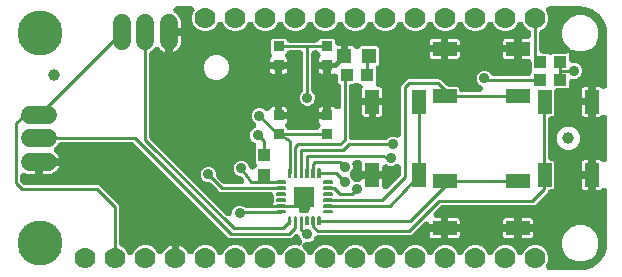
<source format=gbr>
G04 EAGLE Gerber RS-274X export*
G75*
%MOMM*%
%FSLAX34Y34*%
%LPD*%
%INTop Copper*%
%IPPOS*%
%AMOC8*
5,1,8,0,0,1.08239X$1,22.5*%
G01*
%ADD10C,3.810000*%
%ADD11C,1.778000*%
%ADD12R,2.000000X1.200000*%
%ADD13R,1.200000X2.000000*%
%ADD14C,1.500000*%
%ADD15R,0.900000X0.900000*%
%ADD16C,1.000000*%
%ADD17C,0.140000*%
%ADD18R,1.778000X1.778000*%
%ADD19R,1.200000X1.200000*%
%ADD20R,1.075000X1.000000*%
%ADD21R,1.000000X1.075000*%
%ADD22C,0.254000*%
%ADD23C,0.906400*%
%ADD24C,0.406400*%

G36*
X184812Y48570D02*
X184812Y48570D01*
X184850Y48569D01*
X185057Y48596D01*
X185265Y48618D01*
X185301Y48628D01*
X185339Y48633D01*
X185539Y48694D01*
X185740Y48749D01*
X185775Y48765D01*
X185812Y48776D01*
X185999Y48867D01*
X186189Y48954D01*
X186221Y48976D01*
X186255Y48993D01*
X186425Y49113D01*
X186598Y49230D01*
X186626Y49256D01*
X186657Y49278D01*
X186806Y49425D01*
X186958Y49568D01*
X186981Y49598D01*
X187008Y49625D01*
X187131Y49793D01*
X187258Y49959D01*
X187276Y49993D01*
X187298Y50024D01*
X187392Y50210D01*
X187491Y50394D01*
X187503Y50430D01*
X187521Y50464D01*
X187583Y50663D01*
X187651Y50861D01*
X187657Y50898D01*
X187669Y50934D01*
X187679Y51027D01*
X187734Y51347D01*
X187735Y51519D01*
X187745Y51612D01*
X187745Y52106D01*
X188745Y54519D01*
X190591Y56365D01*
X193004Y57365D01*
X195616Y57365D01*
X198050Y56356D01*
X198096Y56310D01*
X198203Y56232D01*
X198305Y56146D01*
X198403Y56087D01*
X198495Y56020D01*
X198613Y55960D01*
X198727Y55891D01*
X198833Y55849D01*
X198935Y55797D01*
X199062Y55757D01*
X199185Y55708D01*
X199297Y55683D01*
X199406Y55649D01*
X199499Y55639D01*
X199667Y55601D01*
X199991Y55583D01*
X200083Y55573D01*
X219338Y55573D01*
X219362Y55575D01*
X219386Y55573D01*
X219607Y55595D01*
X219830Y55613D01*
X219853Y55618D01*
X219877Y55621D01*
X220092Y55678D01*
X220309Y55731D01*
X220331Y55741D01*
X220354Y55747D01*
X220557Y55838D01*
X220762Y55926D01*
X220782Y55939D01*
X220804Y55948D01*
X220990Y56071D01*
X221178Y56191D01*
X221196Y56207D01*
X221216Y56220D01*
X221380Y56371D01*
X221546Y56520D01*
X221561Y56538D01*
X221579Y56554D01*
X221716Y56730D01*
X221856Y56904D01*
X221868Y56924D01*
X221882Y56943D01*
X221989Y57137D01*
X222100Y57332D01*
X222108Y57355D01*
X222120Y57376D01*
X222142Y57446D01*
X222272Y57795D01*
X222300Y57943D01*
X222327Y58025D01*
X222504Y58915D01*
X222655Y59281D01*
X222658Y59290D01*
X222663Y59299D01*
X222716Y59468D01*
X222770Y59613D01*
X222781Y59672D01*
X222807Y59751D01*
X222808Y59760D01*
X222811Y59769D01*
X222815Y59810D01*
X222840Y59971D01*
X222865Y60097D01*
X222866Y60145D01*
X222880Y60238D01*
X222878Y60369D01*
X222887Y60447D01*
X222887Y65920D01*
X222881Y65996D01*
X222883Y66072D01*
X222861Y66241D01*
X222847Y66412D01*
X222829Y66486D01*
X222819Y66561D01*
X222770Y66725D01*
X222729Y66891D01*
X222699Y66960D01*
X222677Y67034D01*
X222601Y67187D01*
X222534Y67344D01*
X222493Y67408D01*
X222460Y67477D01*
X222361Y67616D01*
X222269Y67760D01*
X222218Y67817D01*
X222174Y67879D01*
X222054Y68000D01*
X221940Y68128D01*
X221881Y68176D01*
X221827Y68230D01*
X221689Y68331D01*
X221556Y68438D01*
X221490Y68475D01*
X221429Y68520D01*
X221276Y68597D01*
X221128Y68682D01*
X221056Y68708D01*
X220988Y68743D01*
X220825Y68794D01*
X220665Y68853D01*
X220590Y68868D01*
X220518Y68891D01*
X220413Y68903D01*
X220181Y68948D01*
X219945Y68955D01*
X219840Y68967D01*
X180178Y68967D01*
X180036Y68956D01*
X178950Y68967D01*
X178931Y68966D01*
X178918Y68967D01*
X178275Y68967D01*
X177686Y69219D01*
X177668Y69225D01*
X177656Y69231D01*
X177063Y69477D01*
X176614Y69935D01*
X176600Y69948D01*
X176591Y69958D01*
X175875Y70674D01*
X175851Y70707D01*
X175773Y70783D01*
X175731Y70837D01*
X170342Y76340D01*
X170244Y76425D01*
X170152Y76518D01*
X170058Y76587D01*
X169970Y76663D01*
X169859Y76732D01*
X169754Y76808D01*
X169649Y76861D01*
X169550Y76922D01*
X169429Y76972D01*
X169313Y77031D01*
X169202Y77066D01*
X169093Y77110D01*
X168967Y77140D01*
X168843Y77179D01*
X168757Y77189D01*
X168613Y77222D01*
X168236Y77247D01*
X168165Y77255D01*
X166334Y77255D01*
X163921Y78255D01*
X162075Y80101D01*
X161075Y82514D01*
X161075Y85126D01*
X162075Y87539D01*
X163921Y89385D01*
X166334Y90385D01*
X168946Y90385D01*
X171359Y89385D01*
X173205Y87539D01*
X174205Y85126D01*
X174205Y83080D01*
X174213Y82982D01*
X174211Y82884D01*
X174233Y82737D01*
X174245Y82588D01*
X174268Y82493D01*
X174283Y82396D01*
X174328Y82254D01*
X174363Y82110D01*
X174402Y82019D01*
X174432Y81926D01*
X174499Y81793D01*
X174558Y81656D01*
X174611Y81573D01*
X174655Y81486D01*
X174717Y81406D01*
X174823Y81240D01*
X175012Y81029D01*
X175075Y80948D01*
X179442Y76488D01*
X179540Y76403D01*
X179632Y76310D01*
X179726Y76241D01*
X179815Y76165D01*
X179925Y76096D01*
X180031Y76020D01*
X180135Y75967D01*
X180235Y75906D01*
X180355Y75856D01*
X180471Y75797D01*
X180583Y75762D01*
X180691Y75718D01*
X180818Y75688D01*
X180942Y75649D01*
X181027Y75639D01*
X181171Y75606D01*
X181549Y75581D01*
X181619Y75573D01*
X194840Y75573D01*
X195077Y75592D01*
X195313Y75610D01*
X195322Y75612D01*
X195332Y75613D01*
X195562Y75670D01*
X195792Y75725D01*
X195802Y75729D01*
X195811Y75731D01*
X196028Y75825D01*
X196247Y75917D01*
X196255Y75922D01*
X196264Y75926D01*
X196464Y76053D01*
X196665Y76179D01*
X196672Y76186D01*
X196680Y76191D01*
X196856Y76348D01*
X197035Y76506D01*
X197041Y76513D01*
X197048Y76520D01*
X197197Y76704D01*
X197347Y76888D01*
X197352Y76896D01*
X197358Y76904D01*
X197475Y77108D01*
X197594Y77315D01*
X197597Y77324D01*
X197602Y77332D01*
X197684Y77554D01*
X197768Y77776D01*
X197770Y77786D01*
X197774Y77795D01*
X197819Y78026D01*
X197866Y78260D01*
X197867Y78270D01*
X197868Y78279D01*
X197876Y78515D01*
X197885Y78753D01*
X197883Y78762D01*
X197884Y78772D01*
X197853Y79009D01*
X197823Y79242D01*
X197821Y79251D01*
X197819Y79261D01*
X197751Y79489D01*
X197684Y79715D01*
X197680Y79723D01*
X197677Y79733D01*
X197460Y80177D01*
X197400Y80261D01*
X197391Y80279D01*
X197389Y80282D01*
X197369Y80320D01*
X196920Y80988D01*
X196819Y81115D01*
X196725Y81247D01*
X196665Y81308D01*
X196612Y81374D01*
X196492Y81483D01*
X196379Y81598D01*
X196310Y81648D01*
X196247Y81705D01*
X196111Y81793D01*
X195980Y81888D01*
X195904Y81927D01*
X195832Y81973D01*
X195684Y82038D01*
X195539Y82111D01*
X195458Y82136D01*
X195380Y82170D01*
X195223Y82210D01*
X195069Y82259D01*
X195003Y82266D01*
X194902Y82292D01*
X194410Y82335D01*
X194399Y82334D01*
X194391Y82335D01*
X194274Y82335D01*
X191861Y83335D01*
X190015Y85181D01*
X189015Y87594D01*
X189015Y90206D01*
X190015Y92619D01*
X191861Y94465D01*
X194274Y95465D01*
X196886Y95465D01*
X199299Y94465D01*
X201145Y92619D01*
X202304Y89822D01*
X202386Y89662D01*
X202461Y89497D01*
X202498Y89442D01*
X202529Y89383D01*
X202636Y89238D01*
X202737Y89088D01*
X202782Y89040D01*
X202822Y88986D01*
X202951Y88860D01*
X203074Y88729D01*
X203127Y88688D01*
X203175Y88642D01*
X203323Y88538D01*
X203466Y88428D01*
X203524Y88397D01*
X203579Y88359D01*
X203742Y88280D01*
X203901Y88195D01*
X203964Y88173D01*
X204023Y88145D01*
X204197Y88094D01*
X204367Y88035D01*
X204433Y88024D01*
X204497Y88005D01*
X204675Y87983D01*
X204854Y87952D01*
X204920Y87952D01*
X204986Y87944D01*
X205166Y87951D01*
X205347Y87949D01*
X205413Y87960D01*
X205479Y87962D01*
X205656Y87998D01*
X205834Y88026D01*
X205897Y88047D01*
X205963Y88060D01*
X206132Y88124D01*
X206303Y88180D01*
X206362Y88211D01*
X206424Y88235D01*
X206581Y88325D01*
X206741Y88408D01*
X206782Y88441D01*
X206851Y88481D01*
X207233Y88794D01*
X207255Y88819D01*
X207274Y88833D01*
X207726Y89285D01*
X207775Y89343D01*
X207830Y89395D01*
X207934Y89531D01*
X208045Y89661D01*
X208084Y89727D01*
X208131Y89787D01*
X208211Y89937D01*
X208300Y90084D01*
X208328Y90155D01*
X208364Y90222D01*
X208419Y90383D01*
X208483Y90542D01*
X208499Y90616D01*
X208524Y90688D01*
X208553Y90857D01*
X208589Y91023D01*
X208594Y91100D01*
X208607Y91175D01*
X208608Y91346D01*
X208617Y91516D01*
X208609Y91592D01*
X208610Y91668D01*
X208583Y91837D01*
X208565Y92007D01*
X208545Y92080D01*
X208533Y92155D01*
X208479Y92318D01*
X208434Y92482D01*
X208402Y92552D01*
X208379Y92624D01*
X208300Y92775D01*
X208229Y92931D01*
X208186Y92994D01*
X208151Y93062D01*
X208085Y93144D01*
X207953Y93340D01*
X207791Y93512D01*
X207726Y93595D01*
X207597Y93723D01*
X207597Y106178D01*
X207714Y106304D01*
X207750Y106359D01*
X207793Y106410D01*
X207887Y106564D01*
X207986Y106715D01*
X208014Y106775D01*
X208048Y106832D01*
X208115Y107000D01*
X208189Y107164D01*
X208207Y107229D01*
X208231Y107290D01*
X208270Y107467D01*
X208317Y107641D01*
X208324Y107707D01*
X208338Y107772D01*
X208348Y107952D01*
X208366Y108132D01*
X208362Y108198D01*
X208366Y108264D01*
X208347Y108444D01*
X208335Y108624D01*
X208320Y108689D01*
X208313Y108755D01*
X208266Y108929D01*
X208225Y109105D01*
X208200Y109167D01*
X208183Y109231D01*
X208108Y109395D01*
X208039Y109562D01*
X208005Y109619D01*
X207977Y109679D01*
X207876Y109829D01*
X207782Y109983D01*
X207739Y110033D01*
X207702Y110089D01*
X207578Y110220D01*
X207460Y110357D01*
X207409Y110400D01*
X207364Y110448D01*
X207221Y110558D01*
X207082Y110674D01*
X207036Y110699D01*
X206972Y110748D01*
X206538Y110982D01*
X206506Y110992D01*
X206485Y111004D01*
X205831Y111275D01*
X203985Y113121D01*
X202985Y115534D01*
X202985Y118146D01*
X203985Y120559D01*
X205831Y122405D01*
X206320Y122608D01*
X206481Y122690D01*
X206644Y122765D01*
X206699Y122802D01*
X206759Y122833D01*
X206904Y122940D01*
X207054Y123041D01*
X207102Y123086D01*
X207156Y123126D01*
X207282Y123255D01*
X207413Y123378D01*
X207454Y123431D01*
X207500Y123479D01*
X207604Y123627D01*
X207714Y123770D01*
X207745Y123829D01*
X207783Y123883D01*
X207861Y124045D01*
X207947Y124205D01*
X207968Y124267D01*
X207997Y124327D01*
X208048Y124501D01*
X208107Y124671D01*
X208118Y124737D01*
X208137Y124801D01*
X208159Y124980D01*
X208189Y125158D01*
X208190Y125224D01*
X208198Y125290D01*
X208191Y125470D01*
X208192Y125651D01*
X208182Y125717D01*
X208180Y125783D01*
X208144Y125960D01*
X208116Y126138D01*
X208095Y126201D01*
X208082Y126267D01*
X208018Y126436D01*
X207962Y126607D01*
X207931Y126666D01*
X207907Y126728D01*
X207817Y126884D01*
X207734Y127044D01*
X207701Y127086D01*
X207661Y127155D01*
X207348Y127537D01*
X207323Y127559D01*
X207308Y127578D01*
X205255Y129631D01*
X204255Y132044D01*
X204255Y134656D01*
X205255Y137069D01*
X207101Y138915D01*
X209514Y139915D01*
X212126Y139915D01*
X214539Y138915D01*
X215274Y138180D01*
X215376Y138093D01*
X215471Y137999D01*
X215564Y137934D01*
X215650Y137860D01*
X215764Y137791D01*
X215874Y137714D01*
X215976Y137664D01*
X216073Y137606D01*
X216197Y137556D01*
X216317Y137497D01*
X216426Y137465D01*
X216531Y137423D01*
X216661Y137394D01*
X216789Y137355D01*
X216902Y137340D01*
X217012Y137316D01*
X217146Y137308D01*
X217279Y137291D01*
X217392Y137295D01*
X217505Y137288D01*
X217638Y137302D01*
X217772Y137307D01*
X217883Y137328D01*
X217995Y137340D01*
X218125Y137376D01*
X218256Y137402D01*
X218362Y137441D01*
X218471Y137471D01*
X218593Y137527D01*
X218718Y137574D01*
X218816Y137630D01*
X218920Y137677D01*
X219031Y137751D01*
X219147Y137818D01*
X219235Y137889D01*
X219329Y137952D01*
X219426Y138044D01*
X219530Y138128D01*
X219606Y138212D01*
X219688Y138290D01*
X219770Y138396D01*
X219859Y138496D01*
X219920Y138591D01*
X219989Y138681D01*
X220052Y138799D01*
X220124Y138912D01*
X220153Y138986D01*
X220617Y139790D01*
X221090Y140263D01*
X221669Y140598D01*
X222315Y140771D01*
X224103Y140771D01*
X224103Y133730D01*
X224109Y133654D01*
X224106Y133578D01*
X224129Y133409D01*
X224143Y133239D01*
X224161Y133165D01*
X224171Y133089D01*
X224220Y132925D01*
X224261Y132760D01*
X224291Y132690D01*
X224313Y132617D01*
X224388Y132463D01*
X224456Y132306D01*
X224497Y132242D01*
X224530Y132174D01*
X224629Y132034D01*
X224721Y131890D01*
X224772Y131834D01*
X224816Y131771D01*
X224936Y131650D01*
X225050Y131522D01*
X225109Y131474D01*
X225162Y131420D01*
X225163Y131420D01*
X225301Y131319D01*
X225434Y131212D01*
X225500Y131174D01*
X225562Y131129D01*
X225714Y131053D01*
X225863Y130968D01*
X225934Y130941D01*
X226002Y130907D01*
X226165Y130856D01*
X226325Y130796D01*
X226400Y130782D01*
X226473Y130759D01*
X226577Y130747D01*
X226809Y130702D01*
X227045Y130694D01*
X227150Y130683D01*
X234191Y130683D01*
X234191Y128895D01*
X234018Y128249D01*
X233683Y127670D01*
X233539Y127525D01*
X233489Y127468D01*
X233434Y127415D01*
X233330Y127280D01*
X233219Y127150D01*
X233180Y127084D01*
X233133Y127024D01*
X233053Y126874D01*
X232965Y126727D01*
X232936Y126656D01*
X232900Y126589D01*
X232845Y126428D01*
X232782Y126269D01*
X232765Y126195D01*
X232740Y126122D01*
X232712Y125954D01*
X232675Y125787D01*
X232670Y125711D01*
X232658Y125636D01*
X232657Y125465D01*
X232647Y125295D01*
X232655Y125219D01*
X232655Y125143D01*
X232681Y124974D01*
X232699Y124804D01*
X232719Y124731D01*
X232731Y124655D01*
X232785Y124493D01*
X232830Y124328D01*
X232862Y124259D01*
X232886Y124187D01*
X232964Y124036D01*
X233036Y123880D01*
X233078Y123817D01*
X233113Y123749D01*
X233179Y123667D01*
X233311Y123471D01*
X233473Y123298D01*
X233539Y123216D01*
X233989Y122766D01*
X234036Y122656D01*
X234077Y122592D01*
X234110Y122523D01*
X234209Y122384D01*
X234301Y122240D01*
X234352Y122183D01*
X234396Y122121D01*
X234516Y122000D01*
X234630Y121872D01*
X234689Y121824D01*
X234743Y121770D01*
X234881Y121669D01*
X235014Y121562D01*
X235080Y121525D01*
X235141Y121480D01*
X235294Y121403D01*
X235442Y121318D01*
X235514Y121292D01*
X235582Y121257D01*
X235745Y121206D01*
X235905Y121147D01*
X235980Y121132D01*
X236052Y121109D01*
X236157Y121097D01*
X236389Y121052D01*
X236625Y121045D01*
X236730Y121033D01*
X258570Y121033D01*
X258646Y121039D01*
X258722Y121037D01*
X258891Y121059D01*
X259062Y121073D01*
X259136Y121091D01*
X259211Y121101D01*
X259375Y121150D01*
X259541Y121191D01*
X259610Y121221D01*
X259684Y121243D01*
X259837Y121319D01*
X259994Y121386D01*
X260058Y121427D01*
X260127Y121460D01*
X260266Y121559D01*
X260410Y121651D01*
X260467Y121702D01*
X260529Y121746D01*
X260650Y121866D01*
X260778Y121980D01*
X260826Y122039D01*
X260880Y122093D01*
X260981Y122231D01*
X261088Y122364D01*
X261125Y122430D01*
X261170Y122491D01*
X261247Y122644D01*
X261324Y122779D01*
X261761Y123216D01*
X261811Y123274D01*
X261866Y123326D01*
X261970Y123462D01*
X262081Y123592D01*
X262120Y123657D01*
X262167Y123718D01*
X262247Y123868D01*
X262335Y124015D01*
X262364Y124086D01*
X262400Y124153D01*
X262455Y124314D01*
X262518Y124473D01*
X262535Y124547D01*
X262560Y124619D01*
X262588Y124788D01*
X262625Y124954D01*
X262630Y125030D01*
X262642Y125106D01*
X262643Y125276D01*
X262653Y125447D01*
X262645Y125523D01*
X262645Y125599D01*
X262619Y125768D01*
X262601Y125937D01*
X262581Y126011D01*
X262569Y126086D01*
X262515Y126248D01*
X262470Y126413D01*
X262438Y126483D01*
X262414Y126555D01*
X262336Y126706D01*
X262264Y126862D01*
X262222Y126925D01*
X262187Y126992D01*
X262121Y127075D01*
X261989Y127271D01*
X261827Y127443D01*
X261761Y127526D01*
X261617Y127670D01*
X261282Y128249D01*
X261109Y128895D01*
X261109Y130683D01*
X268150Y130683D01*
X268226Y130689D01*
X268302Y130686D01*
X268471Y130709D01*
X268641Y130723D01*
X268715Y130741D01*
X268791Y130751D01*
X268955Y130800D01*
X269120Y130841D01*
X269190Y130871D01*
X269263Y130893D01*
X269417Y130968D01*
X269574Y131036D01*
X269638Y131077D01*
X269706Y131110D01*
X269846Y131209D01*
X269990Y131301D01*
X270046Y131352D01*
X270109Y131396D01*
X270230Y131516D01*
X270358Y131630D01*
X270406Y131689D01*
X270460Y131742D01*
X270460Y131743D01*
X270561Y131881D01*
X270668Y132014D01*
X270706Y132080D01*
X270750Y132142D01*
X270827Y132294D01*
X270912Y132443D01*
X270938Y132514D01*
X270973Y132582D01*
X271024Y132745D01*
X271084Y132905D01*
X271098Y132980D01*
X271121Y133053D01*
X271133Y133157D01*
X271178Y133389D01*
X271186Y133625D01*
X271197Y133730D01*
X271197Y140771D01*
X272985Y140771D01*
X273631Y140598D01*
X274210Y140263D01*
X274705Y139768D01*
X274734Y139743D01*
X274760Y139715D01*
X274922Y139584D01*
X275081Y139448D01*
X275114Y139429D01*
X275144Y139405D01*
X275325Y139302D01*
X275504Y139194D01*
X275539Y139180D01*
X275572Y139161D01*
X275768Y139088D01*
X275962Y139011D01*
X275999Y139002D01*
X276035Y138989D01*
X276239Y138949D01*
X276443Y138904D01*
X276482Y138902D01*
X276519Y138894D01*
X276727Y138888D01*
X276936Y138876D01*
X276974Y138880D01*
X277012Y138879D01*
X277218Y138906D01*
X277427Y138928D01*
X277463Y138939D01*
X277501Y138944D01*
X277702Y139004D01*
X277902Y139059D01*
X277937Y139075D01*
X277974Y139086D01*
X278161Y139178D01*
X278351Y139265D01*
X278382Y139286D01*
X278417Y139303D01*
X278586Y139423D01*
X278760Y139540D01*
X278788Y139566D01*
X278819Y139588D01*
X278967Y139735D01*
X279120Y139878D01*
X279143Y139908D01*
X279170Y139935D01*
X279293Y140104D01*
X279420Y140269D01*
X279438Y140303D01*
X279460Y140334D01*
X279554Y140520D01*
X279653Y140704D01*
X279665Y140740D01*
X279683Y140774D01*
X279745Y140974D01*
X279813Y141171D01*
X279819Y141208D01*
X279831Y141245D01*
X279841Y141337D01*
X279896Y141657D01*
X279897Y141829D01*
X279907Y141923D01*
X279907Y158091D01*
X279898Y158205D01*
X279899Y158319D01*
X279878Y158450D01*
X279867Y158583D01*
X279840Y158693D01*
X279822Y158806D01*
X279781Y158932D01*
X279749Y159061D01*
X279704Y159166D01*
X279668Y159275D01*
X279606Y159393D01*
X279554Y159515D01*
X279493Y159611D01*
X279440Y159712D01*
X279381Y159786D01*
X279289Y159931D01*
X279073Y160173D01*
X279015Y160246D01*
X277462Y161798D01*
X277462Y166338D01*
X277444Y166565D01*
X277428Y166792D01*
X277424Y166811D01*
X277422Y166830D01*
X277367Y167051D01*
X277315Y167272D01*
X277308Y167290D01*
X277304Y167308D01*
X277214Y167518D01*
X277127Y167728D01*
X277117Y167744D01*
X277109Y167762D01*
X276987Y167954D01*
X276867Y168148D01*
X276854Y168162D01*
X276844Y168178D01*
X276693Y168347D01*
X276543Y168519D01*
X276528Y168532D01*
X276515Y168546D01*
X276338Y168689D01*
X276163Y168834D01*
X276146Y168844D01*
X276131Y168856D01*
X275933Y168969D01*
X275737Y169083D01*
X275719Y169090D01*
X275703Y169100D01*
X275489Y169179D01*
X275277Y169261D01*
X275258Y169265D01*
X275240Y169271D01*
X275018Y169315D01*
X274794Y169361D01*
X274774Y169362D01*
X274756Y169366D01*
X274530Y169373D01*
X274301Y169383D01*
X274285Y169381D01*
X274263Y169381D01*
X273774Y169317D01*
X273685Y169290D01*
X273626Y169281D01*
X272985Y169109D01*
X271197Y169109D01*
X271197Y176150D01*
X271191Y176226D01*
X271194Y176302D01*
X271171Y176471D01*
X271157Y176641D01*
X271139Y176715D01*
X271129Y176791D01*
X271080Y176955D01*
X271039Y177120D01*
X271009Y177190D01*
X270987Y177263D01*
X270912Y177417D01*
X270844Y177574D01*
X270803Y177638D01*
X270770Y177706D01*
X270671Y177846D01*
X270579Y177990D01*
X270528Y178046D01*
X270484Y178109D01*
X270364Y178230D01*
X270250Y178358D01*
X270191Y178406D01*
X270138Y178460D01*
X270137Y178460D01*
X269999Y178561D01*
X269866Y178668D01*
X269800Y178706D01*
X269738Y178750D01*
X269586Y178827D01*
X269437Y178912D01*
X269366Y178938D01*
X269298Y178973D01*
X269135Y179024D01*
X268975Y179084D01*
X268900Y179098D01*
X268827Y179121D01*
X268723Y179133D01*
X268491Y179178D01*
X268255Y179186D01*
X268150Y179197D01*
X261109Y179197D01*
X261109Y180985D01*
X261282Y181631D01*
X261617Y182210D01*
X261761Y182354D01*
X261811Y182413D01*
X261866Y182465D01*
X261970Y182600D01*
X262081Y182730D01*
X262120Y182796D01*
X262166Y182856D01*
X262247Y183006D01*
X262335Y183153D01*
X262364Y183224D01*
X262400Y183291D01*
X262455Y183453D01*
X262518Y183611D01*
X262535Y183685D01*
X262560Y183758D01*
X262588Y183926D01*
X262625Y184093D01*
X262630Y184169D01*
X262642Y184244D01*
X262643Y184415D01*
X262653Y184585D01*
X262645Y184661D01*
X262645Y184737D01*
X262619Y184906D01*
X262601Y185076D01*
X262581Y185149D01*
X262569Y185225D01*
X262515Y185387D01*
X262470Y185551D01*
X262438Y185621D01*
X262414Y185693D01*
X262335Y185845D01*
X262264Y186000D01*
X262222Y186063D01*
X262187Y186131D01*
X262121Y186213D01*
X261989Y186409D01*
X261827Y186582D01*
X261761Y186664D01*
X261311Y187114D01*
X261264Y187224D01*
X261223Y187288D01*
X261190Y187357D01*
X261091Y187496D01*
X260999Y187640D01*
X260948Y187697D01*
X260904Y187759D01*
X260784Y187880D01*
X260670Y188008D01*
X260611Y188056D01*
X260557Y188110D01*
X260419Y188211D01*
X260286Y188318D01*
X260220Y188355D01*
X260159Y188400D01*
X260006Y188477D01*
X259858Y188562D01*
X259786Y188588D01*
X259718Y188623D01*
X259555Y188674D01*
X259395Y188733D01*
X259320Y188748D01*
X259248Y188771D01*
X259143Y188783D01*
X258911Y188828D01*
X258675Y188835D01*
X258570Y188847D01*
X257810Y188847D01*
X257734Y188841D01*
X257658Y188843D01*
X257489Y188821D01*
X257318Y188807D01*
X257244Y188789D01*
X257169Y188779D01*
X257005Y188730D01*
X256839Y188689D01*
X256770Y188659D01*
X256696Y188637D01*
X256543Y188561D01*
X256386Y188494D01*
X256322Y188453D01*
X256253Y188420D01*
X256114Y188321D01*
X255970Y188229D01*
X255913Y188178D01*
X255851Y188134D01*
X255730Y188014D01*
X255602Y187900D01*
X255554Y187841D01*
X255500Y187787D01*
X255399Y187649D01*
X255292Y187516D01*
X255255Y187450D01*
X255210Y187389D01*
X255133Y187236D01*
X255048Y187088D01*
X255022Y187016D01*
X254987Y186948D01*
X254936Y186785D01*
X254877Y186625D01*
X254862Y186550D01*
X254839Y186478D01*
X254827Y186373D01*
X254782Y186141D01*
X254775Y185905D01*
X254763Y185800D01*
X254763Y155833D01*
X254772Y155720D01*
X254771Y155605D01*
X254792Y155474D01*
X254803Y155342D01*
X254830Y155231D01*
X254848Y155118D01*
X254889Y154992D01*
X254921Y154863D01*
X254966Y154758D01*
X255002Y154649D01*
X255064Y154532D01*
X255116Y154409D01*
X255177Y154313D01*
X255230Y154212D01*
X255289Y154138D01*
X255381Y153993D01*
X255597Y153751D01*
X255655Y153679D01*
X257025Y152309D01*
X258025Y149896D01*
X258025Y147284D01*
X257025Y144871D01*
X255179Y143025D01*
X252766Y142025D01*
X250154Y142025D01*
X247741Y143025D01*
X245895Y144871D01*
X244895Y147284D01*
X244895Y149896D01*
X245895Y152309D01*
X247265Y153679D01*
X247339Y153766D01*
X247420Y153846D01*
X247498Y153953D01*
X247584Y154055D01*
X247643Y154153D01*
X247710Y154245D01*
X247770Y154363D01*
X247839Y154477D01*
X247881Y154583D01*
X247933Y154685D01*
X247973Y154812D01*
X248022Y154935D01*
X248047Y155047D01*
X248081Y155156D01*
X248091Y155249D01*
X248129Y155417D01*
X248147Y155741D01*
X248157Y155833D01*
X248157Y185800D01*
X248151Y185876D01*
X248153Y185952D01*
X248131Y186121D01*
X248117Y186292D01*
X248099Y186366D01*
X248089Y186441D01*
X248040Y186605D01*
X247999Y186771D01*
X247969Y186840D01*
X247947Y186914D01*
X247871Y187067D01*
X247804Y187224D01*
X247763Y187288D01*
X247730Y187357D01*
X247631Y187496D01*
X247539Y187640D01*
X247488Y187697D01*
X247444Y187759D01*
X247324Y187880D01*
X247210Y188008D01*
X247151Y188056D01*
X247097Y188110D01*
X246959Y188211D01*
X246826Y188318D01*
X246760Y188355D01*
X246699Y188400D01*
X246546Y188477D01*
X246398Y188562D01*
X246326Y188588D01*
X246258Y188623D01*
X246095Y188674D01*
X245935Y188733D01*
X245860Y188748D01*
X245788Y188771D01*
X245683Y188783D01*
X245451Y188828D01*
X245215Y188835D01*
X245110Y188847D01*
X236730Y188847D01*
X236654Y188841D01*
X236578Y188843D01*
X236409Y188821D01*
X236238Y188807D01*
X236164Y188789D01*
X236089Y188779D01*
X235925Y188730D01*
X235759Y188689D01*
X235690Y188659D01*
X235616Y188637D01*
X235463Y188561D01*
X235306Y188494D01*
X235242Y188453D01*
X235173Y188420D01*
X235034Y188321D01*
X234890Y188229D01*
X234833Y188178D01*
X234771Y188134D01*
X234650Y188014D01*
X234522Y187900D01*
X234474Y187841D01*
X234420Y187787D01*
X234319Y187649D01*
X234212Y187516D01*
X234175Y187450D01*
X234130Y187389D01*
X234053Y187236D01*
X233976Y187101D01*
X233539Y186664D01*
X233489Y186606D01*
X233434Y186554D01*
X233330Y186418D01*
X233219Y186288D01*
X233180Y186223D01*
X233133Y186162D01*
X233053Y186012D01*
X232965Y185865D01*
X232936Y185794D01*
X232900Y185727D01*
X232845Y185566D01*
X232782Y185407D01*
X232765Y185333D01*
X232740Y185261D01*
X232712Y185092D01*
X232675Y184926D01*
X232670Y184850D01*
X232658Y184774D01*
X232657Y184604D01*
X232647Y184433D01*
X232655Y184357D01*
X232655Y184281D01*
X232681Y184112D01*
X232699Y183943D01*
X232719Y183869D01*
X232731Y183794D01*
X232785Y183632D01*
X232830Y183467D01*
X232862Y183397D01*
X232886Y183325D01*
X232964Y183174D01*
X233036Y183018D01*
X233078Y182955D01*
X233113Y182888D01*
X233179Y182805D01*
X233311Y182609D01*
X233473Y182437D01*
X233539Y182354D01*
X233683Y182210D01*
X234018Y181631D01*
X234191Y180985D01*
X234191Y179197D01*
X227150Y179197D01*
X220109Y179197D01*
X220109Y180985D01*
X220282Y181631D01*
X220617Y182210D01*
X220761Y182354D01*
X220811Y182413D01*
X220866Y182465D01*
X220970Y182600D01*
X221081Y182730D01*
X221120Y182796D01*
X221166Y182856D01*
X221247Y183006D01*
X221335Y183153D01*
X221364Y183224D01*
X221400Y183291D01*
X221455Y183453D01*
X221518Y183611D01*
X221535Y183685D01*
X221560Y183758D01*
X221588Y183926D01*
X221625Y184093D01*
X221630Y184169D01*
X221642Y184244D01*
X221643Y184415D01*
X221653Y184585D01*
X221645Y184661D01*
X221645Y184737D01*
X221619Y184906D01*
X221601Y185076D01*
X221581Y185149D01*
X221569Y185225D01*
X221515Y185387D01*
X221470Y185551D01*
X221438Y185621D01*
X221414Y185693D01*
X221335Y185845D01*
X221264Y186000D01*
X221222Y186063D01*
X221187Y186131D01*
X221121Y186213D01*
X220989Y186409D01*
X220827Y186582D01*
X220761Y186664D01*
X220617Y186808D01*
X220617Y197492D01*
X221808Y198683D01*
X232492Y198683D01*
X233989Y197186D01*
X234036Y197076D01*
X234077Y197012D01*
X234110Y196943D01*
X234209Y196804D01*
X234301Y196660D01*
X234352Y196603D01*
X234396Y196541D01*
X234516Y196420D01*
X234630Y196292D01*
X234689Y196244D01*
X234743Y196190D01*
X234881Y196089D01*
X235014Y195982D01*
X235080Y195945D01*
X235141Y195900D01*
X235294Y195823D01*
X235442Y195738D01*
X235514Y195712D01*
X235582Y195677D01*
X235745Y195626D01*
X235905Y195567D01*
X235980Y195552D01*
X236052Y195529D01*
X236157Y195517D01*
X236389Y195472D01*
X236625Y195465D01*
X236730Y195453D01*
X258570Y195453D01*
X258646Y195459D01*
X258722Y195457D01*
X258891Y195479D01*
X259062Y195493D01*
X259136Y195511D01*
X259211Y195521D01*
X259375Y195570D01*
X259541Y195611D01*
X259610Y195641D01*
X259684Y195663D01*
X259837Y195739D01*
X259994Y195806D01*
X260058Y195847D01*
X260127Y195880D01*
X260266Y195979D01*
X260410Y196071D01*
X260467Y196122D01*
X260529Y196166D01*
X260650Y196286D01*
X260778Y196400D01*
X260826Y196459D01*
X260880Y196513D01*
X260981Y196651D01*
X261088Y196784D01*
X261125Y196850D01*
X261170Y196911D01*
X261247Y197064D01*
X261324Y197199D01*
X262808Y198683D01*
X273492Y198683D01*
X274683Y197492D01*
X274683Y195738D01*
X274689Y195662D01*
X274687Y195586D01*
X274709Y195417D01*
X274723Y195246D01*
X274741Y195172D01*
X274751Y195097D01*
X274800Y194933D01*
X274841Y194767D01*
X274871Y194698D01*
X274893Y194624D01*
X274969Y194471D01*
X275036Y194314D01*
X275077Y194250D01*
X275110Y194181D01*
X275209Y194042D01*
X275301Y193898D01*
X275352Y193841D01*
X275396Y193779D01*
X275516Y193658D01*
X275630Y193530D01*
X275689Y193482D01*
X275743Y193428D01*
X275881Y193327D01*
X276014Y193220D01*
X276080Y193183D01*
X276141Y193138D01*
X276294Y193061D01*
X276442Y192976D01*
X276514Y192950D01*
X276582Y192915D01*
X276745Y192864D01*
X276905Y192805D01*
X276980Y192790D01*
X277052Y192767D01*
X277157Y192755D01*
X277389Y192710D01*
X277625Y192703D01*
X277730Y192691D01*
X279823Y192691D01*
X279823Y184150D01*
X279829Y184074D01*
X279826Y183998D01*
X279849Y183829D01*
X279863Y183659D01*
X279881Y183585D01*
X279891Y183509D01*
X279940Y183345D01*
X279981Y183180D01*
X280011Y183110D01*
X280033Y183037D01*
X280108Y182883D01*
X280176Y182726D01*
X280217Y182662D01*
X280250Y182594D01*
X280349Y182454D01*
X280441Y182310D01*
X280492Y182254D01*
X280536Y182191D01*
X280656Y182070D01*
X280770Y181942D01*
X280829Y181895D01*
X280882Y181840D01*
X281021Y181740D01*
X281153Y181633D01*
X281220Y181595D01*
X281281Y181550D01*
X281434Y181473D01*
X281582Y181389D01*
X281654Y181362D01*
X281722Y181328D01*
X281884Y181276D01*
X282045Y181217D01*
X282119Y181202D01*
X282192Y181179D01*
X282297Y181168D01*
X282529Y181122D01*
X282765Y181115D01*
X282870Y181103D01*
X282946Y181109D01*
X283022Y181107D01*
X283191Y181129D01*
X283362Y181143D01*
X283436Y181161D01*
X283511Y181171D01*
X283675Y181221D01*
X283841Y181262D01*
X283911Y181292D01*
X283984Y181314D01*
X284137Y181389D01*
X284294Y181456D01*
X284358Y181497D01*
X284427Y181531D01*
X284566Y181630D01*
X284710Y181721D01*
X284767Y181772D01*
X284829Y181816D01*
X284951Y181936D01*
X285078Y182050D01*
X285126Y182109D01*
X285180Y182163D01*
X285281Y182301D01*
X285388Y182434D01*
X285426Y182500D01*
X285470Y182562D01*
X285547Y182714D01*
X285632Y182863D01*
X285658Y182934D01*
X285693Y183002D01*
X285744Y183165D01*
X285804Y183325D01*
X285818Y183400D01*
X285841Y183473D01*
X285853Y183577D01*
X285898Y183809D01*
X285906Y184045D01*
X285917Y184150D01*
X285917Y192691D01*
X289205Y192691D01*
X289851Y192518D01*
X290430Y192183D01*
X290903Y191710D01*
X290986Y191566D01*
X291116Y191378D01*
X291243Y191189D01*
X291256Y191176D01*
X291267Y191160D01*
X291424Y190996D01*
X291581Y190830D01*
X291596Y190818D01*
X291609Y190805D01*
X291791Y190668D01*
X291972Y190530D01*
X291989Y190521D01*
X292004Y190509D01*
X292206Y190404D01*
X292407Y190296D01*
X292425Y190290D01*
X292442Y190282D01*
X292658Y190210D01*
X292874Y190136D01*
X292892Y190133D01*
X292910Y190127D01*
X293135Y190092D01*
X293360Y190054D01*
X293379Y190054D01*
X293398Y190051D01*
X293624Y190052D01*
X293853Y190051D01*
X293872Y190054D01*
X293891Y190054D01*
X294115Y190092D01*
X294341Y190127D01*
X294359Y190133D01*
X294377Y190136D01*
X294592Y190210D01*
X294809Y190282D01*
X294826Y190290D01*
X294844Y190297D01*
X295045Y190404D01*
X295247Y190510D01*
X295259Y190519D01*
X295279Y190530D01*
X295670Y190830D01*
X295733Y190898D01*
X295780Y190935D01*
X297028Y192183D01*
X310712Y192183D01*
X311903Y190992D01*
X311903Y177308D01*
X310170Y175576D01*
X310096Y175488D01*
X310015Y175408D01*
X309937Y175301D01*
X309851Y175200D01*
X309792Y175102D01*
X309725Y175010D01*
X309665Y174891D01*
X309596Y174777D01*
X309554Y174671D01*
X309502Y174569D01*
X309462Y174442D01*
X309413Y174319D01*
X309388Y174208D01*
X309354Y174099D01*
X309344Y174005D01*
X309306Y173837D01*
X309288Y173513D01*
X309278Y173421D01*
X309278Y160888D01*
X309284Y160812D01*
X309282Y160736D01*
X309304Y160567D01*
X309318Y160396D01*
X309336Y160322D01*
X309346Y160247D01*
X309395Y160083D01*
X309436Y159917D01*
X309466Y159847D01*
X309489Y159774D01*
X309564Y159621D01*
X309631Y159464D01*
X309672Y159400D01*
X309705Y159331D01*
X309804Y159192D01*
X309896Y159048D01*
X309947Y158991D01*
X309991Y158929D01*
X310111Y158808D01*
X310225Y158680D01*
X310284Y158632D01*
X310338Y158578D01*
X310476Y158477D01*
X310609Y158370D01*
X310675Y158332D01*
X310736Y158288D01*
X310889Y158211D01*
X311037Y158126D01*
X311109Y158100D01*
X311177Y158065D01*
X311340Y158014D01*
X311500Y157955D01*
X311575Y157940D01*
X311647Y157917D01*
X311752Y157905D01*
X311984Y157860D01*
X312220Y157853D01*
X312325Y157841D01*
X312725Y157841D01*
X313371Y157668D01*
X313950Y157333D01*
X314423Y156860D01*
X314758Y156281D01*
X314931Y155635D01*
X314931Y148347D01*
X306390Y148347D01*
X297849Y148347D01*
X297849Y155635D01*
X298055Y156403D01*
X298092Y156482D01*
X298129Y156610D01*
X298176Y156735D01*
X298198Y156846D01*
X298229Y156956D01*
X298245Y157088D01*
X298270Y157219D01*
X298274Y157333D01*
X298287Y157446D01*
X298282Y157579D01*
X298286Y157712D01*
X298271Y157825D01*
X298266Y157938D01*
X298239Y158069D01*
X298221Y158201D01*
X298189Y158310D01*
X298165Y158421D01*
X298117Y158546D01*
X298079Y158674D01*
X298029Y158776D01*
X297988Y158882D01*
X297921Y158997D01*
X297862Y159117D01*
X297796Y159209D01*
X297739Y159308D01*
X297654Y159410D01*
X297577Y159519D01*
X297497Y159600D01*
X297424Y159687D01*
X297324Y159775D01*
X297230Y159870D01*
X297138Y159937D01*
X297052Y160012D01*
X296939Y160082D01*
X296831Y160160D01*
X296729Y160212D01*
X296633Y160272D01*
X296510Y160323D01*
X296391Y160383D01*
X296282Y160417D01*
X296177Y160460D01*
X296047Y160491D01*
X295920Y160531D01*
X295837Y160540D01*
X295697Y160573D01*
X295686Y160574D01*
X295525Y160736D01*
X295467Y160785D01*
X295414Y160840D01*
X295279Y160944D01*
X295149Y161055D01*
X295083Y161094D01*
X295023Y161141D01*
X294873Y161221D01*
X294726Y161310D01*
X294655Y161338D01*
X294588Y161374D01*
X294427Y161429D01*
X294268Y161493D01*
X294194Y161509D01*
X294122Y161534D01*
X293953Y161563D01*
X293786Y161599D01*
X293710Y161604D01*
X293635Y161617D01*
X293464Y161618D01*
X293294Y161627D01*
X293218Y161619D01*
X293142Y161620D01*
X292973Y161593D01*
X292803Y161575D01*
X292730Y161555D01*
X292655Y161543D01*
X292492Y161489D01*
X292328Y161444D01*
X292258Y161412D01*
X292186Y161389D01*
X292035Y161310D01*
X291879Y161239D01*
X291816Y161196D01*
X291748Y161161D01*
X291666Y161095D01*
X291470Y160963D01*
X291297Y160801D01*
X291215Y160736D01*
X291087Y160607D01*
X289560Y160607D01*
X289484Y160601D01*
X289408Y160603D01*
X289239Y160581D01*
X289068Y160567D01*
X288994Y160549D01*
X288919Y160539D01*
X288755Y160490D01*
X288589Y160449D01*
X288520Y160419D01*
X288446Y160397D01*
X288293Y160321D01*
X288136Y160254D01*
X288072Y160213D01*
X288003Y160180D01*
X287864Y160081D01*
X287720Y159989D01*
X287663Y159938D01*
X287601Y159894D01*
X287480Y159774D01*
X287352Y159660D01*
X287304Y159601D01*
X287250Y159547D01*
X287149Y159409D01*
X287042Y159276D01*
X287005Y159210D01*
X286960Y159149D01*
X286883Y158996D01*
X286798Y158848D01*
X286772Y158776D01*
X286737Y158708D01*
X286686Y158545D01*
X286627Y158385D01*
X286612Y158310D01*
X286589Y158238D01*
X286577Y158133D01*
X286532Y157901D01*
X286525Y157665D01*
X286513Y157560D01*
X286513Y115570D01*
X286519Y115494D01*
X286517Y115418D01*
X286539Y115249D01*
X286553Y115078D01*
X286571Y115004D01*
X286581Y114929D01*
X286630Y114765D01*
X286671Y114599D01*
X286701Y114530D01*
X286723Y114456D01*
X286799Y114303D01*
X286866Y114146D01*
X286907Y114082D01*
X286940Y114013D01*
X287039Y113874D01*
X287131Y113730D01*
X287182Y113673D01*
X287226Y113611D01*
X287346Y113490D01*
X287460Y113362D01*
X287519Y113314D01*
X287573Y113260D01*
X287711Y113159D01*
X287844Y113052D01*
X287910Y113015D01*
X287971Y112970D01*
X288124Y112893D01*
X288272Y112808D01*
X288344Y112782D01*
X288412Y112747D01*
X288575Y112696D01*
X288735Y112637D01*
X288810Y112622D01*
X288882Y112599D01*
X288987Y112587D01*
X289219Y112542D01*
X289455Y112535D01*
X289560Y112523D01*
X316607Y112523D01*
X316720Y112532D01*
X316835Y112531D01*
X316966Y112552D01*
X317098Y112563D01*
X317209Y112590D01*
X317322Y112608D01*
X317448Y112649D01*
X317577Y112681D01*
X317682Y112726D01*
X317791Y112762D01*
X317908Y112824D01*
X318031Y112876D01*
X318127Y112937D01*
X318228Y112990D01*
X318302Y113049D01*
X318447Y113141D01*
X318689Y113357D01*
X318761Y113415D01*
X320131Y114785D01*
X322544Y115785D01*
X325156Y115785D01*
X326494Y115230D01*
X326666Y115175D01*
X326835Y115112D01*
X326900Y115100D01*
X326963Y115079D01*
X327142Y115052D01*
X327319Y115018D01*
X327385Y115016D01*
X327451Y115006D01*
X327632Y115008D01*
X327812Y115002D01*
X327878Y115011D01*
X327945Y115012D01*
X328122Y115043D01*
X328301Y115067D01*
X328365Y115086D01*
X328430Y115098D01*
X328600Y115157D01*
X328774Y115209D01*
X328833Y115239D01*
X328896Y115260D01*
X329055Y115347D01*
X329217Y115426D01*
X329271Y115465D01*
X329329Y115496D01*
X329472Y115607D01*
X329619Y115712D01*
X329666Y115758D01*
X329719Y115799D01*
X329842Y115932D01*
X329970Y116058D01*
X330009Y116112D01*
X330054Y116161D01*
X330154Y116311D01*
X330260Y116457D01*
X330290Y116516D01*
X330327Y116572D01*
X330401Y116736D01*
X330483Y116898D01*
X330503Y116961D01*
X330530Y117022D01*
X330577Y117196D01*
X330631Y117368D01*
X330637Y117421D01*
X330658Y117498D01*
X330707Y117989D01*
X330705Y118022D01*
X330707Y118046D01*
X330707Y158137D01*
X331210Y159351D01*
X335949Y164090D01*
X337163Y164593D01*
X362607Y164593D01*
X363821Y164090D01*
X368806Y159105D01*
X368892Y159031D01*
X368973Y158950D01*
X369080Y158872D01*
X369181Y158786D01*
X369279Y158727D01*
X369372Y158660D01*
X369490Y158600D01*
X369604Y158531D01*
X369710Y158489D01*
X369812Y158437D01*
X369939Y158397D01*
X370062Y158348D01*
X370173Y158323D01*
X370283Y158289D01*
X370376Y158279D01*
X370544Y158241D01*
X370868Y158223D01*
X370960Y158213D01*
X378622Y158213D01*
X379813Y157022D01*
X379813Y156530D01*
X379819Y156454D01*
X379817Y156378D01*
X379839Y156209D01*
X379853Y156038D01*
X379871Y155964D01*
X379881Y155889D01*
X379930Y155725D01*
X379971Y155559D01*
X380001Y155490D01*
X380023Y155416D01*
X380099Y155263D01*
X380166Y155106D01*
X380207Y155042D01*
X380240Y154973D01*
X380339Y154834D01*
X380431Y154690D01*
X380482Y154633D01*
X380526Y154571D01*
X380646Y154450D01*
X380760Y154322D01*
X380819Y154274D01*
X380873Y154220D01*
X381011Y154119D01*
X381144Y154012D01*
X381210Y153975D01*
X381271Y153930D01*
X381424Y153853D01*
X381572Y153768D01*
X381644Y153742D01*
X381712Y153707D01*
X381875Y153656D01*
X382035Y153597D01*
X382110Y153582D01*
X382182Y153559D01*
X382287Y153547D01*
X382519Y153502D01*
X382755Y153495D01*
X382860Y153483D01*
X396893Y153483D01*
X397035Y153494D01*
X397177Y153496D01*
X397280Y153514D01*
X397384Y153523D01*
X397522Y153557D01*
X397663Y153582D01*
X397762Y153616D01*
X397863Y153641D01*
X397994Y153698D01*
X398129Y153745D01*
X398220Y153795D01*
X398317Y153836D01*
X398437Y153912D01*
X398562Y153981D01*
X398645Y154045D01*
X398733Y154101D01*
X398839Y154196D01*
X398951Y154283D01*
X399023Y154360D01*
X399100Y154430D01*
X399190Y154541D01*
X399287Y154645D01*
X399345Y154732D01*
X399410Y154814D01*
X399481Y154937D01*
X399560Y155056D01*
X399603Y155151D01*
X399654Y155242D01*
X399704Y155376D01*
X399763Y155506D01*
X399790Y155607D01*
X399826Y155705D01*
X399853Y155845D01*
X399890Y155982D01*
X399901Y156087D01*
X399921Y156189D01*
X399925Y156331D01*
X399939Y156473D01*
X399933Y156578D01*
X399936Y156682D01*
X399917Y156823D01*
X399909Y156966D01*
X399885Y157068D01*
X399872Y157171D01*
X399830Y157308D01*
X399799Y157447D01*
X399759Y157543D01*
X399729Y157643D01*
X399666Y157772D01*
X399613Y157904D01*
X399558Y157993D01*
X399512Y158087D01*
X399430Y158203D01*
X399355Y158324D01*
X399287Y158404D01*
X399227Y158489D01*
X399127Y158590D01*
X399034Y158698D01*
X398953Y158766D01*
X398880Y158840D01*
X398765Y158924D01*
X398656Y159015D01*
X398587Y159054D01*
X398481Y159130D01*
X398094Y159326D01*
X398059Y159345D01*
X397601Y159535D01*
X395755Y161381D01*
X394755Y163794D01*
X394755Y166406D01*
X395755Y168819D01*
X397601Y170665D01*
X400014Y171665D01*
X402626Y171665D01*
X405039Y170665D01*
X406923Y168781D01*
X407000Y168623D01*
X407016Y168600D01*
X407029Y168575D01*
X407160Y168399D01*
X407286Y168221D01*
X407306Y168201D01*
X407322Y168178D01*
X407479Y168025D01*
X407632Y167870D01*
X407655Y167853D01*
X407676Y167833D01*
X407854Y167708D01*
X408031Y167580D01*
X408056Y167567D01*
X408080Y167551D01*
X408276Y167456D01*
X408471Y167357D01*
X408499Y167349D01*
X408524Y167336D01*
X408733Y167275D01*
X408942Y167209D01*
X408965Y167206D01*
X408997Y167197D01*
X409487Y167136D01*
X409567Y167139D01*
X409620Y167133D01*
X438245Y167133D01*
X438321Y167139D01*
X438397Y167137D01*
X438566Y167159D01*
X438737Y167173D01*
X438811Y167191D01*
X438886Y167201D01*
X439050Y167250D01*
X439216Y167291D01*
X439285Y167321D01*
X439359Y167343D01*
X439512Y167419D01*
X439669Y167486D01*
X439733Y167527D01*
X439802Y167560D01*
X439941Y167659D01*
X440085Y167751D01*
X440142Y167802D01*
X440204Y167846D01*
X440325Y167966D01*
X440453Y168080D01*
X440501Y168139D01*
X440555Y168193D01*
X440656Y168331D01*
X440763Y168464D01*
X440800Y168530D01*
X440845Y168591D01*
X440922Y168744D01*
X441007Y168892D01*
X441033Y168964D01*
X441068Y169032D01*
X441119Y169195D01*
X441178Y169355D01*
X441193Y169430D01*
X441216Y169502D01*
X441228Y169607D01*
X441243Y169684D01*
X441274Y169736D01*
X441321Y169797D01*
X441401Y169947D01*
X441490Y170094D01*
X441518Y170165D01*
X441554Y170232D01*
X441609Y170393D01*
X441673Y170552D01*
X441689Y170626D01*
X441714Y170698D01*
X441742Y170867D01*
X441779Y171034D01*
X441784Y171110D01*
X441797Y171185D01*
X441798Y171355D01*
X441807Y171526D01*
X441799Y171602D01*
X441800Y171678D01*
X441773Y171847D01*
X441755Y172017D01*
X441735Y172090D01*
X441723Y172165D01*
X441670Y172328D01*
X441624Y172492D01*
X441592Y172562D01*
X441569Y172634D01*
X441490Y172785D01*
X441419Y172941D01*
X441376Y173004D01*
X441341Y173072D01*
X441292Y173132D01*
X441292Y178592D01*
X441286Y178668D01*
X441288Y178744D01*
X441266Y178913D01*
X441252Y179084D01*
X441234Y179158D01*
X441224Y179233D01*
X441175Y179397D01*
X441134Y179563D01*
X441104Y179632D01*
X441082Y179706D01*
X441006Y179859D01*
X440939Y180016D01*
X440898Y180080D01*
X440865Y180149D01*
X440766Y180288D01*
X440674Y180432D01*
X440623Y180489D01*
X440579Y180551D01*
X440459Y180672D01*
X440345Y180800D01*
X440286Y180848D01*
X440232Y180902D01*
X440094Y181003D01*
X439961Y181110D01*
X439895Y181147D01*
X439834Y181192D01*
X439681Y181269D01*
X439533Y181354D01*
X439461Y181380D01*
X439393Y181415D01*
X439230Y181466D01*
X439070Y181525D01*
X438995Y181540D01*
X438923Y181563D01*
X438818Y181575D01*
X438586Y181620D01*
X438350Y181627D01*
X438245Y181639D01*
X432827Y181639D01*
X432827Y190180D01*
X432827Y198721D01*
X438150Y198721D01*
X438226Y198727D01*
X438302Y198725D01*
X438471Y198747D01*
X438642Y198761D01*
X438716Y198779D01*
X438791Y198789D01*
X438955Y198838D01*
X439121Y198879D01*
X439190Y198909D01*
X439264Y198931D01*
X439417Y199007D01*
X439574Y199074D01*
X439638Y199115D01*
X439707Y199148D01*
X439846Y199247D01*
X439990Y199339D01*
X440047Y199390D01*
X440109Y199434D01*
X440230Y199554D01*
X440358Y199668D01*
X440406Y199727D01*
X440460Y199780D01*
X440561Y199919D01*
X440668Y200051D01*
X440705Y200118D01*
X440750Y200179D01*
X440827Y200332D01*
X440912Y200480D01*
X440938Y200552D01*
X440973Y200620D01*
X441024Y200783D01*
X441083Y200943D01*
X441098Y201017D01*
X441121Y201090D01*
X441133Y201195D01*
X441178Y201427D01*
X441185Y201663D01*
X441197Y201768D01*
X441197Y203409D01*
X441180Y203627D01*
X441166Y203845D01*
X441160Y203873D01*
X441157Y203901D01*
X441105Y204112D01*
X441056Y204326D01*
X441045Y204352D01*
X441039Y204380D01*
X440952Y204581D01*
X440870Y204783D01*
X440855Y204807D01*
X440844Y204833D01*
X440727Y205017D01*
X440613Y205204D01*
X440594Y205225D01*
X440579Y205249D01*
X440434Y205412D01*
X440291Y205578D01*
X440269Y205596D01*
X440250Y205617D01*
X440081Y205754D01*
X439913Y205895D01*
X439892Y205906D01*
X439866Y205927D01*
X439438Y206171D01*
X439362Y206199D01*
X439316Y206225D01*
X438313Y206640D01*
X435240Y209713D01*
X434615Y211221D01*
X434598Y211255D01*
X434585Y211291D01*
X434485Y211475D01*
X434390Y211660D01*
X434368Y211691D01*
X434349Y211725D01*
X434221Y211889D01*
X434097Y212057D01*
X434070Y212084D01*
X434047Y212114D01*
X433893Y212256D01*
X433744Y212402D01*
X433713Y212424D01*
X433685Y212450D01*
X433511Y212565D01*
X433340Y212685D01*
X433306Y212701D01*
X433274Y212722D01*
X433084Y212808D01*
X432895Y212899D01*
X432859Y212910D01*
X432824Y212925D01*
X432622Y212979D01*
X432422Y213038D01*
X432385Y213043D01*
X432348Y213053D01*
X432139Y213074D01*
X431933Y213100D01*
X431895Y213098D01*
X431857Y213102D01*
X431648Y213089D01*
X431440Y213081D01*
X431402Y213074D01*
X431364Y213071D01*
X431161Y213025D01*
X430956Y212983D01*
X430921Y212970D01*
X430883Y212961D01*
X430690Y212883D01*
X430495Y212809D01*
X430462Y212790D01*
X430426Y212775D01*
X430248Y212666D01*
X430068Y212562D01*
X430038Y212538D01*
X430006Y212518D01*
X429847Y212382D01*
X429686Y212250D01*
X429660Y212221D01*
X429632Y212196D01*
X429497Y212036D01*
X429359Y211880D01*
X429339Y211847D01*
X429315Y211818D01*
X429270Y211737D01*
X429097Y211462D01*
X429030Y211304D01*
X428985Y211221D01*
X428360Y209713D01*
X425287Y206640D01*
X421273Y204977D01*
X416927Y204977D01*
X412913Y206640D01*
X409840Y209713D01*
X409215Y211221D01*
X409198Y211255D01*
X409185Y211291D01*
X409085Y211475D01*
X408990Y211660D01*
X408968Y211691D01*
X408949Y211725D01*
X408821Y211889D01*
X408697Y212057D01*
X408670Y212084D01*
X408647Y212114D01*
X408493Y212256D01*
X408344Y212402D01*
X408313Y212424D01*
X408285Y212450D01*
X408111Y212565D01*
X407940Y212685D01*
X407906Y212701D01*
X407874Y212722D01*
X407684Y212808D01*
X407495Y212899D01*
X407459Y212910D01*
X407424Y212925D01*
X407222Y212979D01*
X407022Y213038D01*
X406985Y213043D01*
X406948Y213053D01*
X406739Y213074D01*
X406533Y213100D01*
X406495Y213098D01*
X406457Y213102D01*
X406248Y213089D01*
X406040Y213081D01*
X406002Y213074D01*
X405964Y213071D01*
X405761Y213025D01*
X405556Y212983D01*
X405521Y212970D01*
X405483Y212961D01*
X405290Y212883D01*
X405095Y212809D01*
X405062Y212790D01*
X405026Y212775D01*
X404848Y212666D01*
X404668Y212562D01*
X404638Y212538D01*
X404606Y212518D01*
X404447Y212382D01*
X404286Y212250D01*
X404260Y212221D01*
X404232Y212196D01*
X404097Y212036D01*
X403959Y211880D01*
X403939Y211847D01*
X403915Y211818D01*
X403870Y211737D01*
X403697Y211462D01*
X403630Y211304D01*
X403585Y211221D01*
X402960Y209713D01*
X399887Y206640D01*
X395873Y204977D01*
X391527Y204977D01*
X387513Y206640D01*
X384440Y209713D01*
X383815Y211221D01*
X383798Y211255D01*
X383785Y211291D01*
X383685Y211475D01*
X383590Y211660D01*
X383568Y211691D01*
X383549Y211725D01*
X383421Y211889D01*
X383297Y212057D01*
X383270Y212084D01*
X383247Y212114D01*
X383093Y212256D01*
X382944Y212402D01*
X382913Y212424D01*
X382885Y212450D01*
X382711Y212565D01*
X382540Y212685D01*
X382506Y212701D01*
X382474Y212722D01*
X382284Y212808D01*
X382095Y212899D01*
X382059Y212910D01*
X382024Y212925D01*
X381822Y212979D01*
X381622Y213038D01*
X381585Y213043D01*
X381548Y213053D01*
X381339Y213074D01*
X381133Y213100D01*
X381095Y213098D01*
X381057Y213102D01*
X380848Y213089D01*
X380640Y213081D01*
X380602Y213074D01*
X380564Y213071D01*
X380361Y213025D01*
X380156Y212983D01*
X380121Y212970D01*
X380083Y212961D01*
X379890Y212883D01*
X379695Y212809D01*
X379662Y212790D01*
X379626Y212775D01*
X379448Y212666D01*
X379268Y212562D01*
X379238Y212538D01*
X379206Y212518D01*
X379047Y212382D01*
X378886Y212250D01*
X378860Y212221D01*
X378832Y212196D01*
X378697Y212036D01*
X378559Y211880D01*
X378539Y211847D01*
X378515Y211818D01*
X378470Y211737D01*
X378297Y211462D01*
X378230Y211304D01*
X378185Y211221D01*
X377560Y209713D01*
X374487Y206640D01*
X370473Y204977D01*
X366127Y204977D01*
X362113Y206640D01*
X359040Y209713D01*
X358415Y211221D01*
X358398Y211255D01*
X358385Y211291D01*
X358285Y211475D01*
X358190Y211660D01*
X358168Y211691D01*
X358149Y211725D01*
X358021Y211889D01*
X357897Y212057D01*
X357870Y212084D01*
X357847Y212114D01*
X357693Y212256D01*
X357544Y212402D01*
X357513Y212424D01*
X357485Y212450D01*
X357311Y212565D01*
X357140Y212685D01*
X357106Y212701D01*
X357074Y212722D01*
X356884Y212808D01*
X356695Y212899D01*
X356659Y212910D01*
X356624Y212925D01*
X356422Y212979D01*
X356222Y213038D01*
X356185Y213043D01*
X356148Y213053D01*
X355939Y213074D01*
X355733Y213100D01*
X355695Y213098D01*
X355657Y213102D01*
X355448Y213089D01*
X355240Y213081D01*
X355202Y213074D01*
X355164Y213071D01*
X354961Y213025D01*
X354756Y212983D01*
X354721Y212970D01*
X354683Y212961D01*
X354490Y212883D01*
X354295Y212809D01*
X354262Y212790D01*
X354226Y212775D01*
X354048Y212666D01*
X353868Y212562D01*
X353838Y212538D01*
X353806Y212518D01*
X353647Y212382D01*
X353486Y212250D01*
X353460Y212221D01*
X353432Y212196D01*
X353297Y212036D01*
X353159Y211880D01*
X353139Y211847D01*
X353115Y211818D01*
X353070Y211737D01*
X352897Y211462D01*
X352830Y211304D01*
X352785Y211221D01*
X352160Y209713D01*
X349087Y206640D01*
X345073Y204977D01*
X340727Y204977D01*
X336713Y206640D01*
X333640Y209713D01*
X333015Y211221D01*
X332998Y211255D01*
X332985Y211291D01*
X332885Y211475D01*
X332790Y211660D01*
X332768Y211691D01*
X332749Y211725D01*
X332621Y211889D01*
X332497Y212057D01*
X332470Y212084D01*
X332447Y212114D01*
X332293Y212256D01*
X332144Y212402D01*
X332113Y212424D01*
X332085Y212450D01*
X331911Y212565D01*
X331740Y212685D01*
X331706Y212701D01*
X331674Y212722D01*
X331484Y212808D01*
X331295Y212899D01*
X331259Y212910D01*
X331224Y212925D01*
X331022Y212979D01*
X330822Y213038D01*
X330785Y213043D01*
X330748Y213053D01*
X330539Y213074D01*
X330333Y213100D01*
X330295Y213098D01*
X330257Y213102D01*
X330048Y213089D01*
X329840Y213081D01*
X329802Y213074D01*
X329764Y213071D01*
X329561Y213025D01*
X329356Y212983D01*
X329321Y212970D01*
X329283Y212961D01*
X329090Y212883D01*
X328895Y212809D01*
X328862Y212790D01*
X328826Y212775D01*
X328648Y212666D01*
X328468Y212562D01*
X328438Y212538D01*
X328406Y212518D01*
X328247Y212382D01*
X328086Y212250D01*
X328060Y212221D01*
X328032Y212196D01*
X327897Y212036D01*
X327759Y211880D01*
X327739Y211847D01*
X327715Y211818D01*
X327670Y211737D01*
X327497Y211462D01*
X327430Y211304D01*
X327385Y211221D01*
X326760Y209713D01*
X323687Y206640D01*
X319673Y204977D01*
X315327Y204977D01*
X311313Y206640D01*
X308240Y209713D01*
X307615Y211221D01*
X307598Y211255D01*
X307585Y211291D01*
X307485Y211475D01*
X307390Y211660D01*
X307368Y211691D01*
X307349Y211725D01*
X307221Y211889D01*
X307097Y212057D01*
X307070Y212084D01*
X307047Y212114D01*
X306893Y212256D01*
X306744Y212402D01*
X306713Y212424D01*
X306685Y212450D01*
X306511Y212565D01*
X306340Y212685D01*
X306306Y212701D01*
X306274Y212722D01*
X306084Y212808D01*
X305895Y212899D01*
X305859Y212910D01*
X305824Y212925D01*
X305622Y212979D01*
X305422Y213038D01*
X305385Y213043D01*
X305348Y213053D01*
X305139Y213074D01*
X304933Y213100D01*
X304895Y213098D01*
X304857Y213102D01*
X304648Y213089D01*
X304440Y213081D01*
X304402Y213074D01*
X304364Y213071D01*
X304161Y213025D01*
X303956Y212983D01*
X303921Y212970D01*
X303883Y212961D01*
X303690Y212883D01*
X303495Y212809D01*
X303462Y212790D01*
X303426Y212775D01*
X303248Y212666D01*
X303068Y212562D01*
X303038Y212538D01*
X303006Y212518D01*
X302847Y212382D01*
X302686Y212250D01*
X302660Y212221D01*
X302632Y212196D01*
X302497Y212036D01*
X302359Y211880D01*
X302339Y211847D01*
X302315Y211818D01*
X302270Y211737D01*
X302097Y211462D01*
X302030Y211304D01*
X301985Y211221D01*
X301360Y209713D01*
X298287Y206640D01*
X294273Y204977D01*
X289927Y204977D01*
X285913Y206640D01*
X282840Y209713D01*
X282215Y211221D01*
X282198Y211255D01*
X282185Y211291D01*
X282085Y211475D01*
X281990Y211660D01*
X281968Y211691D01*
X281949Y211725D01*
X281821Y211889D01*
X281697Y212057D01*
X281670Y212084D01*
X281647Y212114D01*
X281493Y212256D01*
X281344Y212402D01*
X281313Y212424D01*
X281285Y212450D01*
X281111Y212565D01*
X280940Y212685D01*
X280906Y212701D01*
X280874Y212722D01*
X280684Y212808D01*
X280495Y212899D01*
X280459Y212910D01*
X280424Y212925D01*
X280222Y212979D01*
X280022Y213038D01*
X279985Y213043D01*
X279948Y213053D01*
X279739Y213074D01*
X279533Y213100D01*
X279495Y213098D01*
X279457Y213102D01*
X279248Y213089D01*
X279040Y213081D01*
X279002Y213074D01*
X278964Y213071D01*
X278761Y213025D01*
X278556Y212983D01*
X278521Y212970D01*
X278483Y212961D01*
X278290Y212883D01*
X278095Y212809D01*
X278062Y212790D01*
X278026Y212775D01*
X277848Y212666D01*
X277668Y212562D01*
X277638Y212538D01*
X277606Y212518D01*
X277447Y212382D01*
X277286Y212250D01*
X277260Y212221D01*
X277232Y212196D01*
X277097Y212036D01*
X276959Y211880D01*
X276939Y211847D01*
X276915Y211818D01*
X276870Y211737D01*
X276697Y211462D01*
X276630Y211304D01*
X276585Y211221D01*
X275960Y209713D01*
X272887Y206640D01*
X268873Y204977D01*
X264527Y204977D01*
X260513Y206640D01*
X257440Y209713D01*
X256815Y211221D01*
X256798Y211255D01*
X256785Y211291D01*
X256685Y211475D01*
X256590Y211660D01*
X256568Y211691D01*
X256549Y211725D01*
X256421Y211889D01*
X256297Y212057D01*
X256270Y212084D01*
X256247Y212114D01*
X256093Y212256D01*
X255944Y212402D01*
X255913Y212424D01*
X255885Y212450D01*
X255711Y212565D01*
X255540Y212685D01*
X255506Y212701D01*
X255474Y212722D01*
X255284Y212808D01*
X255095Y212899D01*
X255059Y212910D01*
X255024Y212925D01*
X254822Y212979D01*
X254622Y213038D01*
X254585Y213043D01*
X254548Y213053D01*
X254339Y213074D01*
X254133Y213100D01*
X254095Y213098D01*
X254057Y213102D01*
X253848Y213089D01*
X253640Y213081D01*
X253602Y213074D01*
X253564Y213071D01*
X253361Y213025D01*
X253156Y212983D01*
X253121Y212970D01*
X253083Y212961D01*
X252890Y212883D01*
X252695Y212809D01*
X252662Y212790D01*
X252626Y212775D01*
X252448Y212666D01*
X252268Y212562D01*
X252238Y212538D01*
X252206Y212518D01*
X252047Y212382D01*
X251886Y212250D01*
X251860Y212221D01*
X251832Y212196D01*
X251697Y212036D01*
X251559Y211880D01*
X251539Y211847D01*
X251515Y211818D01*
X251470Y211737D01*
X251297Y211462D01*
X251230Y211304D01*
X251185Y211221D01*
X250560Y209713D01*
X247487Y206640D01*
X243473Y204977D01*
X239127Y204977D01*
X235113Y206640D01*
X232040Y209713D01*
X231415Y211221D01*
X231398Y211255D01*
X231385Y211291D01*
X231285Y211475D01*
X231190Y211660D01*
X231168Y211691D01*
X231149Y211725D01*
X231021Y211889D01*
X230897Y212057D01*
X230870Y212084D01*
X230847Y212114D01*
X230693Y212256D01*
X230544Y212402D01*
X230513Y212424D01*
X230485Y212450D01*
X230311Y212565D01*
X230140Y212685D01*
X230106Y212701D01*
X230074Y212722D01*
X229884Y212808D01*
X229695Y212899D01*
X229659Y212910D01*
X229624Y212925D01*
X229422Y212979D01*
X229222Y213038D01*
X229185Y213043D01*
X229148Y213053D01*
X228939Y213074D01*
X228733Y213100D01*
X228695Y213098D01*
X228657Y213102D01*
X228448Y213089D01*
X228240Y213081D01*
X228202Y213074D01*
X228164Y213071D01*
X227961Y213025D01*
X227756Y212983D01*
X227721Y212970D01*
X227683Y212961D01*
X227490Y212883D01*
X227295Y212809D01*
X227262Y212790D01*
X227226Y212775D01*
X227048Y212666D01*
X226868Y212562D01*
X226838Y212538D01*
X226806Y212518D01*
X226647Y212382D01*
X226486Y212250D01*
X226460Y212221D01*
X226432Y212196D01*
X226297Y212036D01*
X226159Y211880D01*
X226139Y211847D01*
X226115Y211818D01*
X226070Y211737D01*
X225897Y211462D01*
X225830Y211304D01*
X225785Y211221D01*
X225160Y209713D01*
X222087Y206640D01*
X218073Y204977D01*
X213727Y204977D01*
X209713Y206640D01*
X206640Y209713D01*
X206015Y211221D01*
X205998Y211255D01*
X205985Y211291D01*
X205885Y211475D01*
X205790Y211660D01*
X205768Y211691D01*
X205749Y211725D01*
X205621Y211889D01*
X205497Y212057D01*
X205470Y212084D01*
X205447Y212114D01*
X205293Y212256D01*
X205144Y212402D01*
X205113Y212424D01*
X205085Y212450D01*
X204911Y212565D01*
X204740Y212685D01*
X204706Y212701D01*
X204674Y212722D01*
X204484Y212808D01*
X204295Y212899D01*
X204259Y212910D01*
X204224Y212925D01*
X204022Y212979D01*
X203822Y213038D01*
X203785Y213043D01*
X203748Y213053D01*
X203539Y213074D01*
X203333Y213100D01*
X203295Y213098D01*
X203257Y213102D01*
X203048Y213089D01*
X202840Y213081D01*
X202802Y213074D01*
X202764Y213071D01*
X202561Y213025D01*
X202356Y212983D01*
X202321Y212970D01*
X202283Y212961D01*
X202090Y212883D01*
X201895Y212809D01*
X201862Y212790D01*
X201826Y212775D01*
X201648Y212666D01*
X201468Y212562D01*
X201438Y212538D01*
X201406Y212518D01*
X201247Y212382D01*
X201086Y212250D01*
X201060Y212221D01*
X201032Y212196D01*
X200897Y212036D01*
X200759Y211880D01*
X200739Y211847D01*
X200715Y211818D01*
X200670Y211737D01*
X200497Y211462D01*
X200430Y211304D01*
X200385Y211221D01*
X199760Y209713D01*
X196687Y206640D01*
X192673Y204977D01*
X188327Y204977D01*
X184313Y206640D01*
X181240Y209713D01*
X180615Y211221D01*
X180598Y211255D01*
X180585Y211291D01*
X180485Y211475D01*
X180390Y211660D01*
X180368Y211691D01*
X180349Y211725D01*
X180221Y211889D01*
X180097Y212057D01*
X180070Y212084D01*
X180047Y212114D01*
X179893Y212256D01*
X179744Y212402D01*
X179713Y212424D01*
X179685Y212450D01*
X179511Y212565D01*
X179340Y212685D01*
X179306Y212701D01*
X179274Y212722D01*
X179084Y212808D01*
X178895Y212899D01*
X178859Y212910D01*
X178824Y212925D01*
X178622Y212979D01*
X178422Y213038D01*
X178385Y213043D01*
X178348Y213053D01*
X178139Y213074D01*
X177933Y213100D01*
X177895Y213098D01*
X177857Y213102D01*
X177648Y213089D01*
X177440Y213081D01*
X177402Y213074D01*
X177364Y213071D01*
X177161Y213025D01*
X176956Y212983D01*
X176921Y212970D01*
X176883Y212961D01*
X176690Y212883D01*
X176495Y212809D01*
X176462Y212790D01*
X176426Y212775D01*
X176248Y212666D01*
X176068Y212562D01*
X176038Y212538D01*
X176006Y212518D01*
X175847Y212382D01*
X175686Y212250D01*
X175660Y212221D01*
X175632Y212196D01*
X175497Y212036D01*
X175359Y211880D01*
X175339Y211847D01*
X175315Y211818D01*
X175270Y211737D01*
X175097Y211462D01*
X175030Y211304D01*
X174985Y211221D01*
X174360Y209713D01*
X171287Y206640D01*
X167273Y204977D01*
X162927Y204977D01*
X158913Y206640D01*
X155840Y209713D01*
X154177Y213727D01*
X154177Y218073D01*
X155740Y221846D01*
X155796Y222018D01*
X155858Y222187D01*
X155871Y222252D01*
X155891Y222315D01*
X155918Y222494D01*
X155953Y222671D01*
X155955Y222737D01*
X155965Y222803D01*
X155963Y222984D01*
X155968Y223164D01*
X155960Y223230D01*
X155959Y223297D01*
X155928Y223474D01*
X155904Y223653D01*
X155885Y223717D01*
X155873Y223782D01*
X155814Y223952D01*
X155761Y224126D01*
X155732Y224185D01*
X155710Y224248D01*
X155624Y224407D01*
X155545Y224569D01*
X155506Y224623D01*
X155474Y224681D01*
X155363Y224824D01*
X155259Y224971D01*
X155212Y225018D01*
X155172Y225071D01*
X155039Y225194D01*
X154912Y225322D01*
X154859Y225361D01*
X154810Y225406D01*
X154659Y225506D01*
X154514Y225612D01*
X154454Y225642D01*
X154399Y225679D01*
X154234Y225753D01*
X154073Y225835D01*
X154010Y225855D01*
X153949Y225882D01*
X153775Y225929D01*
X153603Y225983D01*
X153550Y225989D01*
X153473Y226010D01*
X152982Y226059D01*
X152948Y226057D01*
X152925Y226059D01*
X141124Y226059D01*
X141100Y226057D01*
X141076Y226059D01*
X140855Y226037D01*
X140632Y226019D01*
X140609Y226014D01*
X140585Y226011D01*
X140369Y225954D01*
X140153Y225901D01*
X140132Y225891D01*
X140108Y225885D01*
X139905Y225794D01*
X139700Y225706D01*
X139680Y225693D01*
X139658Y225684D01*
X139472Y225561D01*
X139284Y225441D01*
X139266Y225425D01*
X139246Y225412D01*
X139082Y225261D01*
X138916Y225112D01*
X138901Y225094D01*
X138884Y225078D01*
X138746Y224902D01*
X138606Y224728D01*
X138594Y224708D01*
X138580Y224689D01*
X138472Y224492D01*
X138362Y224300D01*
X138354Y224277D01*
X138342Y224257D01*
X138268Y224047D01*
X138191Y223837D01*
X138186Y223814D01*
X138178Y223791D01*
X138139Y223571D01*
X138096Y223353D01*
X138095Y223329D01*
X138091Y223306D01*
X138087Y223081D01*
X138080Y222860D01*
X138084Y222836D01*
X138083Y222813D01*
X138116Y222592D01*
X138145Y222371D01*
X138152Y222348D01*
X138155Y222324D01*
X138223Y222113D01*
X138287Y221899D01*
X138298Y221877D01*
X138305Y221854D01*
X138406Y221655D01*
X138504Y221455D01*
X138518Y221436D01*
X138529Y221415D01*
X138661Y221234D01*
X138790Y221053D01*
X138806Y221036D01*
X138821Y221017D01*
X138980Y220860D01*
X139136Y220702D01*
X139156Y220688D01*
X139173Y220671D01*
X139235Y220630D01*
X139344Y220551D01*
X139368Y220529D01*
X140841Y219459D01*
X141959Y218341D01*
X142888Y217062D01*
X143605Y215654D01*
X144093Y214151D01*
X144341Y212590D01*
X144341Y207347D01*
X134300Y207347D01*
X134224Y207341D01*
X134148Y207344D01*
X133979Y207321D01*
X133809Y207307D01*
X133735Y207289D01*
X133659Y207279D01*
X133495Y207230D01*
X133330Y207189D01*
X133260Y207159D01*
X133187Y207137D01*
X133033Y207062D01*
X132876Y206994D01*
X132812Y206953D01*
X132744Y206920D01*
X132604Y206821D01*
X132460Y206729D01*
X132404Y206678D01*
X132341Y206634D01*
X132220Y206514D01*
X132092Y206400D01*
X132044Y206341D01*
X131990Y206287D01*
X131889Y206149D01*
X131782Y206016D01*
X131744Y205950D01*
X131699Y205888D01*
X131623Y205736D01*
X131538Y205587D01*
X131511Y205516D01*
X131477Y205448D01*
X131426Y205285D01*
X131366Y205125D01*
X131352Y205050D01*
X131329Y204977D01*
X131317Y204873D01*
X131272Y204641D01*
X131264Y204405D01*
X131253Y204300D01*
X131253Y187233D01*
X130446Y187495D01*
X129038Y188212D01*
X127759Y189141D01*
X126641Y190259D01*
X126466Y190501D01*
X126421Y190553D01*
X126383Y190610D01*
X126261Y190740D01*
X126144Y190875D01*
X126092Y190919D01*
X126045Y190969D01*
X125904Y191078D01*
X125767Y191193D01*
X125708Y191228D01*
X125653Y191269D01*
X125497Y191354D01*
X125343Y191445D01*
X125279Y191470D01*
X125219Y191503D01*
X125050Y191560D01*
X124884Y191626D01*
X124817Y191640D01*
X124752Y191663D01*
X124576Y191693D01*
X124402Y191730D01*
X124333Y191734D01*
X124266Y191745D01*
X124087Y191746D01*
X123909Y191755D01*
X123841Y191748D01*
X123772Y191748D01*
X123596Y191721D01*
X123419Y191701D01*
X123353Y191682D01*
X123285Y191672D01*
X123115Y191616D01*
X122944Y191568D01*
X122882Y191539D01*
X122816Y191517D01*
X122658Y191435D01*
X122496Y191360D01*
X122440Y191321D01*
X122379Y191290D01*
X122296Y191224D01*
X122089Y191082D01*
X121927Y190929D01*
X121846Y190864D01*
X119700Y188719D01*
X119484Y188629D01*
X119289Y188529D01*
X119093Y188433D01*
X119070Y188417D01*
X119045Y188404D01*
X118869Y188274D01*
X118691Y188148D01*
X118671Y188128D01*
X118648Y188111D01*
X118496Y187955D01*
X118340Y187801D01*
X118323Y187778D01*
X118304Y187758D01*
X118178Y187579D01*
X118050Y187402D01*
X118037Y187377D01*
X118021Y187354D01*
X117926Y187157D01*
X117827Y186962D01*
X117819Y186935D01*
X117806Y186909D01*
X117745Y186700D01*
X117679Y186492D01*
X117676Y186468D01*
X117667Y186436D01*
X117606Y185947D01*
X117609Y185866D01*
X117603Y185814D01*
X117603Y115660D01*
X117612Y115547D01*
X117611Y115432D01*
X117632Y115301D01*
X117643Y115169D01*
X117670Y115058D01*
X117688Y114945D01*
X117729Y114819D01*
X117761Y114690D01*
X117806Y114585D01*
X117842Y114476D01*
X117904Y114358D01*
X117956Y114236D01*
X118017Y114140D01*
X118070Y114039D01*
X118129Y113965D01*
X118221Y113820D01*
X118437Y113578D01*
X118495Y113506D01*
X182543Y49457D01*
X182572Y49433D01*
X182598Y49404D01*
X182760Y49273D01*
X182919Y49138D01*
X182952Y49118D01*
X182982Y49094D01*
X183162Y48992D01*
X183342Y48883D01*
X183377Y48869D01*
X183410Y48850D01*
X183606Y48778D01*
X183800Y48700D01*
X183837Y48692D01*
X183873Y48679D01*
X184078Y48639D01*
X184282Y48594D01*
X184320Y48591D01*
X184357Y48584D01*
X184565Y48578D01*
X184774Y48566D01*
X184812Y48570D01*
G37*
G36*
X482752Y2553D02*
X482752Y2553D01*
X482839Y2550D01*
X485938Y2794D01*
X485955Y2797D01*
X485973Y2797D01*
X486033Y2809D01*
X486425Y2872D01*
X486560Y2917D01*
X486641Y2934D01*
X492536Y4849D01*
X492662Y4902D01*
X492792Y4945D01*
X492864Y4986D01*
X492991Y5039D01*
X493337Y5254D01*
X493386Y5282D01*
X498400Y8926D01*
X498504Y9015D01*
X498614Y9096D01*
X498670Y9157D01*
X498775Y9247D01*
X499036Y9558D01*
X499074Y9600D01*
X502718Y14614D01*
X502789Y14731D01*
X502869Y14843D01*
X502903Y14917D01*
X502975Y15036D01*
X503128Y15413D01*
X503151Y15464D01*
X505066Y21359D01*
X505070Y21376D01*
X505077Y21392D01*
X505088Y21452D01*
X505180Y21839D01*
X505190Y21980D01*
X505206Y22062D01*
X505450Y25161D01*
X505449Y25313D01*
X505459Y25400D01*
X505459Y69369D01*
X505456Y69407D01*
X505458Y69446D01*
X505436Y69654D01*
X505419Y69861D01*
X505410Y69898D01*
X505406Y69936D01*
X505351Y70138D01*
X505301Y70340D01*
X505286Y70375D01*
X505275Y70412D01*
X505188Y70602D01*
X505106Y70793D01*
X505086Y70826D01*
X505070Y70860D01*
X504953Y71033D01*
X504841Y71209D01*
X504816Y71238D01*
X504794Y71270D01*
X504651Y71422D01*
X504512Y71577D01*
X504483Y71601D01*
X504456Y71629D01*
X504290Y71756D01*
X504128Y71887D01*
X504095Y71906D01*
X504065Y71929D01*
X503881Y72028D01*
X503700Y72131D01*
X503664Y72145D01*
X503630Y72163D01*
X503433Y72230D01*
X503237Y72303D01*
X503200Y72310D01*
X503164Y72323D01*
X502958Y72357D01*
X502753Y72398D01*
X502715Y72399D01*
X502677Y72405D01*
X502468Y72406D01*
X502260Y72413D01*
X502222Y72408D01*
X502184Y72408D01*
X501978Y72376D01*
X501771Y72348D01*
X501734Y72337D01*
X501697Y72331D01*
X501499Y72266D01*
X501299Y72206D01*
X501264Y72189D01*
X501228Y72177D01*
X501043Y72081D01*
X500855Y71989D01*
X500824Y71967D01*
X500790Y71949D01*
X500718Y71891D01*
X500453Y71704D01*
X500331Y71583D01*
X500257Y71524D01*
X500000Y71267D01*
X499421Y70932D01*
X498775Y70759D01*
X495487Y70759D01*
X495487Y83300D01*
X495487Y95841D01*
X498775Y95841D01*
X499421Y95668D01*
X500000Y95333D01*
X500257Y95076D01*
X500286Y95051D01*
X500312Y95023D01*
X500474Y94891D01*
X500633Y94756D01*
X500666Y94737D01*
X500696Y94713D01*
X500877Y94609D01*
X501056Y94502D01*
X501091Y94488D01*
X501124Y94469D01*
X501320Y94396D01*
X501514Y94319D01*
X501551Y94310D01*
X501587Y94297D01*
X501791Y94257D01*
X501995Y94212D01*
X502034Y94210D01*
X502071Y94202D01*
X502278Y94196D01*
X502488Y94184D01*
X502526Y94188D01*
X502564Y94187D01*
X502770Y94214D01*
X502979Y94236D01*
X503015Y94247D01*
X503053Y94252D01*
X503253Y94312D01*
X503454Y94367D01*
X503489Y94383D01*
X503526Y94394D01*
X503713Y94486D01*
X503903Y94573D01*
X503934Y94594D01*
X503969Y94611D01*
X504139Y94732D01*
X504312Y94848D01*
X504340Y94874D01*
X504371Y94896D01*
X504519Y95043D01*
X504672Y95186D01*
X504695Y95216D01*
X504722Y95243D01*
X504845Y95412D01*
X504972Y95577D01*
X504990Y95611D01*
X505012Y95642D01*
X505106Y95828D01*
X505205Y96012D01*
X505217Y96048D01*
X505235Y96082D01*
X505297Y96281D01*
X505365Y96479D01*
X505371Y96516D01*
X505383Y96553D01*
X505393Y96646D01*
X505448Y96965D01*
X505449Y97137D01*
X505459Y97231D01*
X505459Y131369D01*
X505456Y131407D01*
X505458Y131446D01*
X505436Y131654D01*
X505419Y131861D01*
X505410Y131898D01*
X505406Y131936D01*
X505351Y132138D01*
X505301Y132340D01*
X505286Y132375D01*
X505275Y132412D01*
X505188Y132602D01*
X505106Y132793D01*
X505086Y132826D01*
X505070Y132860D01*
X504953Y133033D01*
X504841Y133209D01*
X504816Y133238D01*
X504794Y133270D01*
X504651Y133422D01*
X504512Y133577D01*
X504483Y133601D01*
X504456Y133629D01*
X504290Y133756D01*
X504128Y133887D01*
X504095Y133906D01*
X504065Y133929D01*
X503881Y134028D01*
X503700Y134131D01*
X503664Y134145D01*
X503630Y134163D01*
X503433Y134230D01*
X503237Y134303D01*
X503200Y134310D01*
X503164Y134323D01*
X502958Y134357D01*
X502753Y134398D01*
X502715Y134399D01*
X502677Y134405D01*
X502468Y134406D01*
X502260Y134413D01*
X502222Y134408D01*
X502184Y134408D01*
X501978Y134376D01*
X501771Y134348D01*
X501734Y134337D01*
X501697Y134331D01*
X501499Y134266D01*
X501299Y134206D01*
X501264Y134189D01*
X501228Y134177D01*
X501043Y134081D01*
X500855Y133989D01*
X500824Y133967D01*
X500790Y133949D01*
X500718Y133891D01*
X500453Y133704D01*
X500331Y133583D01*
X500257Y133524D01*
X500000Y133267D01*
X499421Y132932D01*
X498775Y132759D01*
X495487Y132759D01*
X495487Y145300D01*
X495487Y157841D01*
X498775Y157841D01*
X499421Y157668D01*
X500000Y157333D01*
X500257Y157076D01*
X500286Y157051D01*
X500312Y157023D01*
X500474Y156891D01*
X500633Y156756D01*
X500666Y156737D01*
X500696Y156713D01*
X500877Y156609D01*
X501056Y156502D01*
X501091Y156488D01*
X501124Y156469D01*
X501320Y156396D01*
X501514Y156319D01*
X501551Y156310D01*
X501587Y156297D01*
X501791Y156257D01*
X501995Y156212D01*
X502034Y156210D01*
X502071Y156202D01*
X502278Y156196D01*
X502488Y156184D01*
X502526Y156188D01*
X502564Y156187D01*
X502770Y156214D01*
X502979Y156236D01*
X503015Y156247D01*
X503053Y156252D01*
X503253Y156312D01*
X503454Y156367D01*
X503489Y156383D01*
X503526Y156394D01*
X503713Y156486D01*
X503903Y156573D01*
X503934Y156594D01*
X503969Y156611D01*
X504139Y156732D01*
X504312Y156848D01*
X504340Y156874D01*
X504371Y156896D01*
X504519Y157043D01*
X504672Y157186D01*
X504695Y157216D01*
X504722Y157243D01*
X504845Y157412D01*
X504972Y157577D01*
X504990Y157611D01*
X505012Y157642D01*
X505106Y157828D01*
X505205Y158012D01*
X505217Y158048D01*
X505235Y158082D01*
X505297Y158281D01*
X505365Y158479D01*
X505371Y158516D01*
X505383Y158553D01*
X505393Y158646D01*
X505448Y158965D01*
X505449Y159137D01*
X505459Y159231D01*
X505459Y203200D01*
X505447Y203352D01*
X505450Y203439D01*
X505206Y206538D01*
X505203Y206555D01*
X505203Y206573D01*
X505191Y206633D01*
X505128Y207025D01*
X505083Y207160D01*
X505066Y207241D01*
X503151Y213136D01*
X503098Y213262D01*
X503055Y213392D01*
X503014Y213464D01*
X502961Y213591D01*
X502746Y213937D01*
X502718Y213986D01*
X499074Y219000D01*
X498985Y219104D01*
X498904Y219214D01*
X498843Y219270D01*
X498753Y219375D01*
X498442Y219636D01*
X498400Y219674D01*
X493386Y223318D01*
X493269Y223389D01*
X493157Y223469D01*
X493083Y223503D01*
X492964Y223575D01*
X492587Y223728D01*
X492536Y223751D01*
X486641Y225666D01*
X486624Y225670D01*
X486608Y225677D01*
X486548Y225688D01*
X486161Y225780D01*
X486020Y225790D01*
X485938Y225806D01*
X482839Y226050D01*
X482687Y226049D01*
X482600Y226059D01*
X456675Y226059D01*
X456495Y226045D01*
X456315Y226038D01*
X456250Y226025D01*
X456183Y226019D01*
X456008Y225976D01*
X455831Y225940D01*
X455769Y225917D01*
X455705Y225901D01*
X455539Y225829D01*
X455370Y225766D01*
X455312Y225732D01*
X455251Y225706D01*
X455099Y225609D01*
X454943Y225519D01*
X454891Y225477D01*
X454835Y225441D01*
X454701Y225321D01*
X454561Y225206D01*
X454517Y225157D01*
X454467Y225112D01*
X454354Y224972D01*
X454234Y224837D01*
X454199Y224780D01*
X454157Y224728D01*
X454068Y224572D01*
X453972Y224419D01*
X453946Y224357D01*
X453913Y224300D01*
X453850Y224130D01*
X453780Y223964D01*
X453765Y223900D01*
X453742Y223837D01*
X453707Y223660D01*
X453665Y223485D01*
X453660Y223418D01*
X453647Y223353D01*
X453641Y223173D01*
X453628Y222993D01*
X453634Y222926D01*
X453632Y222860D01*
X453655Y222681D01*
X453671Y222501D01*
X453686Y222451D01*
X453696Y222371D01*
X453839Y221899D01*
X453853Y221868D01*
X453860Y221846D01*
X455423Y218073D01*
X455423Y213727D01*
X453760Y209713D01*
X450687Y206640D01*
X449684Y206225D01*
X449489Y206125D01*
X449293Y206029D01*
X449270Y206012D01*
X449245Y205999D01*
X449069Y205870D01*
X448891Y205743D01*
X448871Y205723D01*
X448848Y205707D01*
X448695Y205550D01*
X448540Y205397D01*
X448523Y205374D01*
X448503Y205353D01*
X448378Y205174D01*
X448250Y204998D01*
X448237Y204973D01*
X448221Y204949D01*
X448126Y204752D01*
X448027Y204558D01*
X448019Y204530D01*
X448006Y204505D01*
X447945Y204295D01*
X447879Y204087D01*
X447876Y204064D01*
X447867Y204032D01*
X447806Y203542D01*
X447809Y203462D01*
X447803Y203409D01*
X447803Y189150D01*
X447809Y189074D01*
X447807Y188998D01*
X447829Y188828D01*
X447843Y188658D01*
X447861Y188584D01*
X447871Y188509D01*
X447920Y188345D01*
X447961Y188179D01*
X447991Y188110D01*
X448013Y188036D01*
X448089Y187883D01*
X448156Y187726D01*
X448197Y187662D01*
X448230Y187593D01*
X448329Y187454D01*
X448421Y187310D01*
X448472Y187253D01*
X448516Y187191D01*
X448636Y187069D01*
X448750Y186942D01*
X448809Y186894D01*
X448863Y186840D01*
X449001Y186739D01*
X449134Y186632D01*
X449200Y186595D01*
X449261Y186550D01*
X449414Y186473D01*
X449562Y186388D01*
X449634Y186362D01*
X449702Y186327D01*
X449865Y186276D01*
X450025Y186217D01*
X450100Y186202D01*
X450172Y186179D01*
X450277Y186167D01*
X450509Y186122D01*
X450745Y186115D01*
X450850Y186103D01*
X454917Y186103D01*
X455045Y185974D01*
X455103Y185925D01*
X455155Y185870D01*
X455291Y185766D01*
X455421Y185655D01*
X455486Y185616D01*
X455547Y185569D01*
X455697Y185489D01*
X455844Y185400D01*
X455915Y185372D01*
X455982Y185336D01*
X456143Y185281D01*
X456302Y185217D01*
X456376Y185201D01*
X456448Y185176D01*
X456617Y185147D01*
X456783Y185111D01*
X456860Y185106D01*
X456935Y185093D01*
X457105Y185092D01*
X457276Y185083D01*
X457352Y185091D01*
X457428Y185090D01*
X457597Y185117D01*
X457767Y185135D01*
X457840Y185155D01*
X457915Y185167D01*
X458078Y185221D01*
X458242Y185266D01*
X458311Y185297D01*
X458384Y185321D01*
X458536Y185400D01*
X458691Y185471D01*
X458754Y185514D01*
X458822Y185549D01*
X458904Y185615D01*
X459100Y185747D01*
X459272Y185909D01*
X459355Y185974D01*
X459483Y186103D01*
X470787Y186103D01*
X470825Y186106D01*
X470863Y186104D01*
X471071Y186126D01*
X471279Y186143D01*
X471316Y186152D01*
X471354Y186156D01*
X471555Y186211D01*
X471757Y186261D01*
X471792Y186276D01*
X471829Y186287D01*
X472019Y186374D01*
X472211Y186456D01*
X472243Y186476D01*
X472278Y186492D01*
X472451Y186609D01*
X472627Y186721D01*
X472655Y186746D01*
X472687Y186768D01*
X472839Y186911D01*
X472995Y187050D01*
X473019Y187079D01*
X473047Y187105D01*
X473174Y187272D01*
X473305Y187434D01*
X473323Y187466D01*
X473347Y187497D01*
X473446Y187681D01*
X473549Y187862D01*
X473562Y187898D01*
X473580Y187932D01*
X473648Y188129D01*
X473720Y188325D01*
X473728Y188362D01*
X473740Y188398D01*
X473775Y188605D01*
X473815Y188809D01*
X473816Y188847D01*
X473823Y188885D01*
X473824Y189094D01*
X473830Y189302D01*
X473825Y189340D01*
X473826Y189378D01*
X473793Y189585D01*
X473766Y189791D01*
X473755Y189828D01*
X473749Y189865D01*
X473684Y190064D01*
X473623Y190263D01*
X473607Y190298D01*
X473595Y190334D01*
X473498Y190519D01*
X473407Y190707D01*
X473385Y190738D01*
X473367Y190772D01*
X473309Y190844D01*
X473121Y191109D01*
X473000Y191231D01*
X472942Y191305D01*
X469680Y194567D01*
X467359Y200168D01*
X467359Y206232D01*
X469680Y211833D01*
X473967Y216120D01*
X479568Y218441D01*
X485632Y218441D01*
X491233Y216120D01*
X495520Y211833D01*
X497841Y206232D01*
X497841Y200168D01*
X495520Y194567D01*
X491233Y190280D01*
X485632Y187959D01*
X479568Y187959D01*
X477321Y188890D01*
X477149Y188945D01*
X476980Y189008D01*
X476915Y189021D01*
X476852Y189041D01*
X476673Y189068D01*
X476496Y189103D01*
X476430Y189105D01*
X476364Y189115D01*
X476183Y189113D01*
X476003Y189118D01*
X475937Y189110D01*
X475870Y189109D01*
X475693Y189077D01*
X475514Y189054D01*
X475450Y189035D01*
X475385Y189023D01*
X475215Y188964D01*
X475041Y188911D01*
X474982Y188882D01*
X474919Y188860D01*
X474760Y188774D01*
X474598Y188695D01*
X474544Y188656D01*
X474486Y188624D01*
X474343Y188513D01*
X474196Y188409D01*
X474149Y188362D01*
X474096Y188321D01*
X473973Y188189D01*
X473845Y188062D01*
X473806Y188009D01*
X473761Y187960D01*
X473661Y187809D01*
X473555Y187664D01*
X473525Y187604D01*
X473488Y187549D01*
X473414Y187384D01*
X473332Y187223D01*
X473312Y187160D01*
X473285Y187099D01*
X473238Y186925D01*
X473184Y186753D01*
X473178Y186700D01*
X473157Y186623D01*
X473108Y186132D01*
X473110Y186098D01*
X473108Y186075D01*
X473108Y181062D01*
X473114Y180986D01*
X473112Y180910D01*
X473134Y180741D01*
X473148Y180570D01*
X473166Y180496D01*
X473176Y180421D01*
X473225Y180257D01*
X473266Y180091D01*
X473296Y180022D01*
X473318Y179948D01*
X473394Y179795D01*
X473461Y179638D01*
X473502Y179574D01*
X473535Y179505D01*
X473634Y179366D01*
X473726Y179222D01*
X473777Y179165D01*
X473821Y179103D01*
X473941Y178982D01*
X474055Y178854D01*
X474114Y178806D01*
X474168Y178752D01*
X474306Y178651D01*
X474439Y178544D01*
X474505Y178507D01*
X474566Y178462D01*
X474719Y178385D01*
X474867Y178300D01*
X474939Y178274D01*
X475007Y178239D01*
X475170Y178188D01*
X475330Y178129D01*
X475405Y178114D01*
X475477Y178091D01*
X475582Y178079D01*
X475814Y178034D01*
X476050Y178027D01*
X476155Y178015D01*
X478826Y178015D01*
X481239Y177015D01*
X483085Y175169D01*
X484085Y172756D01*
X484085Y170144D01*
X483085Y167731D01*
X481239Y165885D01*
X478826Y164885D01*
X476155Y164885D01*
X476079Y164879D01*
X476003Y164881D01*
X475834Y164859D01*
X475663Y164845D01*
X475589Y164827D01*
X475514Y164817D01*
X475350Y164768D01*
X475184Y164727D01*
X475115Y164697D01*
X475041Y164675D01*
X474888Y164599D01*
X474731Y164532D01*
X474667Y164491D01*
X474598Y164458D01*
X474459Y164359D01*
X474315Y164267D01*
X474258Y164216D01*
X474196Y164172D01*
X474075Y164052D01*
X473947Y163938D01*
X473899Y163879D01*
X473845Y163825D01*
X473744Y163687D01*
X473637Y163554D01*
X473600Y163488D01*
X473555Y163427D01*
X473478Y163274D01*
X473393Y163126D01*
X473367Y163054D01*
X473332Y162986D01*
X473281Y162823D01*
X473222Y162663D01*
X473207Y162588D01*
X473184Y162516D01*
X473172Y162411D01*
X473127Y162179D01*
X473120Y161943D01*
X473108Y161838D01*
X473108Y157988D01*
X471917Y156797D01*
X463520Y156797D01*
X463444Y156791D01*
X463368Y156793D01*
X463199Y156771D01*
X463028Y156757D01*
X462954Y156739D01*
X462879Y156729D01*
X462715Y156680D01*
X462549Y156639D01*
X462480Y156609D01*
X462406Y156587D01*
X462253Y156511D01*
X462096Y156444D01*
X462032Y156403D01*
X461963Y156370D01*
X461824Y156271D01*
X461680Y156179D01*
X461623Y156128D01*
X461561Y156084D01*
X461440Y155964D01*
X461312Y155850D01*
X461264Y155791D01*
X461210Y155737D01*
X461109Y155599D01*
X461002Y155466D01*
X460965Y155400D01*
X460920Y155339D01*
X460843Y155186D01*
X460758Y155038D01*
X460732Y154966D01*
X460697Y154898D01*
X460646Y154735D01*
X460587Y154575D01*
X460572Y154500D01*
X460549Y154428D01*
X460537Y154323D01*
X460492Y154091D01*
X460485Y153855D01*
X460473Y153750D01*
X460473Y134458D01*
X459282Y133267D01*
X458470Y133267D01*
X458394Y133261D01*
X458318Y133263D01*
X458149Y133241D01*
X457978Y133227D01*
X457904Y133209D01*
X457829Y133199D01*
X457665Y133150D01*
X457499Y133109D01*
X457430Y133079D01*
X457356Y133057D01*
X457203Y132981D01*
X457046Y132914D01*
X456982Y132873D01*
X456913Y132840D01*
X456774Y132741D01*
X456630Y132649D01*
X456573Y132598D01*
X456511Y132554D01*
X456390Y132434D01*
X456262Y132320D01*
X456214Y132261D01*
X456160Y132207D01*
X456059Y132069D01*
X455952Y131936D01*
X455915Y131870D01*
X455870Y131809D01*
X455793Y131656D01*
X455708Y131508D01*
X455682Y131436D01*
X455647Y131368D01*
X455596Y131205D01*
X455537Y131045D01*
X455522Y130970D01*
X455499Y130898D01*
X455487Y130793D01*
X455442Y130561D01*
X455435Y130325D01*
X455423Y130220D01*
X455423Y98380D01*
X455429Y98304D01*
X455427Y98228D01*
X455449Y98059D01*
X455463Y97888D01*
X455481Y97814D01*
X455491Y97739D01*
X455540Y97575D01*
X455581Y97409D01*
X455611Y97340D01*
X455633Y97266D01*
X455709Y97113D01*
X455776Y96956D01*
X455817Y96892D01*
X455850Y96823D01*
X455949Y96684D01*
X456041Y96540D01*
X456092Y96483D01*
X456136Y96421D01*
X456256Y96300D01*
X456370Y96172D01*
X456429Y96124D01*
X456483Y96070D01*
X456621Y95969D01*
X456754Y95862D01*
X456820Y95825D01*
X456881Y95780D01*
X457034Y95703D01*
X457182Y95618D01*
X457254Y95592D01*
X457322Y95557D01*
X457485Y95506D01*
X457645Y95447D01*
X457720Y95432D01*
X457792Y95409D01*
X457897Y95397D01*
X458129Y95352D01*
X458365Y95345D01*
X458470Y95333D01*
X459282Y95333D01*
X460473Y94142D01*
X460473Y72458D01*
X459282Y71267D01*
X457792Y71267D01*
X457574Y71250D01*
X457356Y71236D01*
X457329Y71230D01*
X457300Y71227D01*
X457089Y71175D01*
X456875Y71126D01*
X456849Y71115D01*
X456821Y71109D01*
X456622Y71023D01*
X456418Y70940D01*
X456394Y70925D01*
X456368Y70914D01*
X456184Y70797D01*
X455997Y70683D01*
X455976Y70664D01*
X455952Y70649D01*
X455789Y70504D01*
X455624Y70361D01*
X455605Y70339D01*
X455584Y70320D01*
X455447Y70151D01*
X455306Y69983D01*
X455295Y69962D01*
X455274Y69936D01*
X455030Y69508D01*
X455002Y69432D01*
X454977Y69386D01*
X454920Y69249D01*
X443831Y58160D01*
X442617Y57657D01*
X365850Y57657D01*
X365737Y57648D01*
X365622Y57649D01*
X365491Y57628D01*
X365359Y57617D01*
X365248Y57590D01*
X365135Y57572D01*
X365009Y57531D01*
X364880Y57499D01*
X364775Y57454D01*
X364666Y57418D01*
X364549Y57357D01*
X364426Y57304D01*
X364330Y57243D01*
X364229Y57190D01*
X364155Y57131D01*
X364010Y57039D01*
X363768Y56823D01*
X363696Y56765D01*
X359093Y52163D01*
X359069Y52134D01*
X359040Y52108D01*
X358909Y51946D01*
X358774Y51787D01*
X358754Y51754D01*
X358730Y51724D01*
X358627Y51543D01*
X358519Y51364D01*
X358505Y51329D01*
X358486Y51296D01*
X358414Y51100D01*
X358336Y50906D01*
X358328Y50869D01*
X358315Y50833D01*
X358275Y50628D01*
X358230Y50424D01*
X358227Y50386D01*
X358220Y50349D01*
X358214Y50141D01*
X358202Y49932D01*
X358206Y49894D01*
X358205Y49856D01*
X358232Y49649D01*
X358254Y49441D01*
X358264Y49405D01*
X358269Y49367D01*
X358330Y49167D01*
X358385Y48966D01*
X358401Y48931D01*
X358412Y48894D01*
X358503Y48707D01*
X358590Y48517D01*
X358612Y48485D01*
X358629Y48451D01*
X358749Y48282D01*
X358866Y48108D01*
X358892Y48080D01*
X358914Y48049D01*
X359061Y47901D01*
X359204Y47748D01*
X359234Y47725D01*
X359261Y47698D01*
X359429Y47575D01*
X359595Y47448D01*
X359629Y47430D01*
X359660Y47408D01*
X359846Y47314D01*
X360030Y47215D01*
X360066Y47202D01*
X360100Y47185D01*
X360299Y47123D01*
X360497Y47055D01*
X360534Y47049D01*
X360570Y47037D01*
X360663Y47027D01*
X360983Y46972D01*
X361155Y46971D01*
X361248Y46961D01*
X364733Y46961D01*
X364733Y41467D01*
X355193Y41467D01*
X355190Y41481D01*
X355186Y41518D01*
X355131Y41720D01*
X355081Y41922D01*
X355066Y41957D01*
X355055Y41994D01*
X354968Y42184D01*
X354886Y42376D01*
X354866Y42408D01*
X354850Y42443D01*
X354733Y42616D01*
X354621Y42792D01*
X354596Y42820D01*
X354574Y42852D01*
X354431Y43004D01*
X354292Y43160D01*
X354263Y43184D01*
X354237Y43211D01*
X354071Y43339D01*
X353908Y43470D01*
X353875Y43488D01*
X353845Y43512D01*
X353661Y43610D01*
X353480Y43714D01*
X353444Y43727D01*
X353410Y43745D01*
X353213Y43813D01*
X353017Y43885D01*
X352980Y43893D01*
X352944Y43905D01*
X352737Y43940D01*
X352533Y43980D01*
X352495Y43981D01*
X352457Y43987D01*
X352248Y43989D01*
X352040Y43995D01*
X352002Y43990D01*
X351964Y43991D01*
X351757Y43958D01*
X351551Y43931D01*
X351514Y43920D01*
X351477Y43914D01*
X351278Y43849D01*
X351079Y43788D01*
X351044Y43772D01*
X351008Y43760D01*
X350823Y43663D01*
X350635Y43571D01*
X350604Y43549D01*
X350570Y43532D01*
X350498Y43474D01*
X350233Y43286D01*
X350111Y43165D01*
X350037Y43107D01*
X339691Y32760D01*
X338477Y32257D01*
X260286Y32257D01*
X260068Y32240D01*
X259850Y32226D01*
X259822Y32220D01*
X259794Y32217D01*
X259582Y32165D01*
X259369Y32116D01*
X259343Y32105D01*
X259315Y32099D01*
X259115Y32013D01*
X258912Y31930D01*
X258888Y31915D01*
X258862Y31904D01*
X258678Y31787D01*
X258491Y31673D01*
X258470Y31654D01*
X258446Y31639D01*
X258283Y31494D01*
X258117Y31351D01*
X258099Y31329D01*
X258078Y31310D01*
X257941Y31140D01*
X257800Y30973D01*
X257789Y30953D01*
X257768Y30926D01*
X257524Y30498D01*
X257496Y30422D01*
X257470Y30376D01*
X257025Y29301D01*
X255179Y27455D01*
X252766Y26455D01*
X250348Y26455D01*
X250311Y26452D01*
X250272Y26454D01*
X250065Y26432D01*
X249857Y26415D01*
X249820Y26406D01*
X249782Y26402D01*
X249580Y26347D01*
X249378Y26297D01*
X249343Y26282D01*
X249306Y26271D01*
X249116Y26184D01*
X248925Y26102D01*
X248892Y26082D01*
X248858Y26066D01*
X248684Y25949D01*
X248508Y25837D01*
X248480Y25812D01*
X248448Y25790D01*
X248296Y25647D01*
X248141Y25508D01*
X248117Y25479D01*
X248089Y25453D01*
X247961Y25286D01*
X247831Y25124D01*
X247812Y25092D01*
X247789Y25061D01*
X247690Y24877D01*
X247587Y24696D01*
X247573Y24660D01*
X247555Y24626D01*
X247488Y24429D01*
X247415Y24233D01*
X247408Y24196D01*
X247395Y24160D01*
X247360Y23953D01*
X247320Y23749D01*
X247319Y23711D01*
X247313Y23673D01*
X247312Y23464D01*
X247305Y23256D01*
X247310Y23218D01*
X247310Y23180D01*
X247342Y22973D01*
X247369Y22767D01*
X247380Y22730D01*
X247386Y22693D01*
X247452Y22494D01*
X247512Y22295D01*
X247529Y22260D01*
X247541Y22224D01*
X247637Y22039D01*
X247729Y21851D01*
X247751Y21820D01*
X247768Y21786D01*
X247827Y21714D01*
X248014Y21449D01*
X248135Y21327D01*
X248194Y21253D01*
X250560Y18887D01*
X251185Y17379D01*
X251202Y17345D01*
X251215Y17309D01*
X251314Y17126D01*
X251410Y16940D01*
X251432Y16909D01*
X251451Y16875D01*
X251579Y16710D01*
X251703Y16543D01*
X251730Y16516D01*
X251753Y16486D01*
X251907Y16343D01*
X252056Y16198D01*
X252087Y16176D01*
X252115Y16150D01*
X252289Y16035D01*
X252460Y15915D01*
X252494Y15899D01*
X252526Y15878D01*
X252716Y15792D01*
X252904Y15701D01*
X252941Y15690D01*
X252976Y15675D01*
X253177Y15621D01*
X253378Y15562D01*
X253416Y15557D01*
X253452Y15547D01*
X253660Y15526D01*
X253867Y15500D01*
X253905Y15502D01*
X253943Y15498D01*
X254152Y15511D01*
X254360Y15519D01*
X254398Y15526D01*
X254436Y15529D01*
X254639Y15575D01*
X254844Y15617D01*
X254879Y15630D01*
X254917Y15639D01*
X255110Y15717D01*
X255305Y15791D01*
X255338Y15810D01*
X255373Y15825D01*
X255552Y15934D01*
X255732Y16038D01*
X255762Y16062D01*
X255794Y16082D01*
X255953Y16218D01*
X256114Y16350D01*
X256139Y16379D01*
X256168Y16404D01*
X256302Y16563D01*
X256441Y16720D01*
X256461Y16753D01*
X256485Y16782D01*
X256530Y16863D01*
X256703Y17138D01*
X256770Y17297D01*
X256815Y17379D01*
X257440Y18887D01*
X260513Y21960D01*
X264527Y23623D01*
X268873Y23623D01*
X272887Y21960D01*
X275960Y18887D01*
X276585Y17379D01*
X276602Y17345D01*
X276615Y17309D01*
X276714Y17126D01*
X276810Y16940D01*
X276832Y16909D01*
X276851Y16875D01*
X276979Y16710D01*
X277103Y16543D01*
X277130Y16516D01*
X277153Y16486D01*
X277307Y16343D01*
X277456Y16198D01*
X277487Y16176D01*
X277515Y16150D01*
X277689Y16035D01*
X277860Y15915D01*
X277894Y15899D01*
X277926Y15878D01*
X278116Y15792D01*
X278304Y15701D01*
X278341Y15690D01*
X278376Y15675D01*
X278577Y15621D01*
X278778Y15562D01*
X278816Y15557D01*
X278852Y15547D01*
X279060Y15526D01*
X279267Y15500D01*
X279305Y15502D01*
X279343Y15498D01*
X279552Y15511D01*
X279760Y15519D01*
X279798Y15526D01*
X279836Y15529D01*
X280039Y15575D01*
X280244Y15617D01*
X280279Y15630D01*
X280317Y15639D01*
X280510Y15717D01*
X280705Y15791D01*
X280738Y15810D01*
X280773Y15825D01*
X280952Y15934D01*
X281132Y16038D01*
X281162Y16062D01*
X281194Y16082D01*
X281353Y16218D01*
X281514Y16350D01*
X281539Y16379D01*
X281568Y16404D01*
X281702Y16563D01*
X281841Y16720D01*
X281861Y16753D01*
X281885Y16782D01*
X281930Y16863D01*
X282103Y17138D01*
X282170Y17297D01*
X282215Y17379D01*
X282840Y18887D01*
X285913Y21960D01*
X289927Y23623D01*
X294273Y23623D01*
X298287Y21960D01*
X301360Y18887D01*
X301985Y17379D01*
X302002Y17345D01*
X302015Y17309D01*
X302114Y17126D01*
X302210Y16940D01*
X302232Y16909D01*
X302251Y16875D01*
X302379Y16710D01*
X302503Y16543D01*
X302530Y16516D01*
X302553Y16486D01*
X302707Y16343D01*
X302856Y16198D01*
X302887Y16176D01*
X302915Y16150D01*
X303089Y16035D01*
X303260Y15915D01*
X303294Y15899D01*
X303326Y15878D01*
X303516Y15792D01*
X303704Y15701D01*
X303741Y15690D01*
X303776Y15675D01*
X303977Y15621D01*
X304178Y15562D01*
X304216Y15557D01*
X304252Y15547D01*
X304460Y15526D01*
X304667Y15500D01*
X304705Y15502D01*
X304743Y15498D01*
X304952Y15511D01*
X305160Y15519D01*
X305198Y15526D01*
X305236Y15529D01*
X305439Y15575D01*
X305644Y15617D01*
X305679Y15630D01*
X305717Y15639D01*
X305910Y15717D01*
X306105Y15791D01*
X306138Y15810D01*
X306173Y15825D01*
X306352Y15934D01*
X306532Y16038D01*
X306562Y16062D01*
X306594Y16082D01*
X306753Y16218D01*
X306914Y16350D01*
X306939Y16379D01*
X306968Y16404D01*
X307102Y16563D01*
X307241Y16720D01*
X307261Y16753D01*
X307285Y16782D01*
X307330Y16863D01*
X307503Y17138D01*
X307570Y17297D01*
X307615Y17379D01*
X308240Y18887D01*
X311313Y21960D01*
X315327Y23623D01*
X319673Y23623D01*
X323687Y21960D01*
X326760Y18887D01*
X327385Y17379D01*
X327402Y17345D01*
X327415Y17309D01*
X327514Y17126D01*
X327610Y16940D01*
X327632Y16909D01*
X327651Y16875D01*
X327779Y16710D01*
X327903Y16543D01*
X327930Y16516D01*
X327953Y16486D01*
X328107Y16343D01*
X328256Y16198D01*
X328287Y16176D01*
X328315Y16150D01*
X328489Y16035D01*
X328660Y15915D01*
X328694Y15899D01*
X328726Y15878D01*
X328916Y15792D01*
X329104Y15701D01*
X329141Y15690D01*
X329176Y15675D01*
X329377Y15621D01*
X329578Y15562D01*
X329616Y15557D01*
X329652Y15547D01*
X329860Y15526D01*
X330067Y15500D01*
X330105Y15502D01*
X330143Y15498D01*
X330352Y15511D01*
X330560Y15519D01*
X330598Y15526D01*
X330636Y15529D01*
X330839Y15575D01*
X331044Y15617D01*
X331079Y15630D01*
X331117Y15639D01*
X331310Y15717D01*
X331505Y15791D01*
X331538Y15810D01*
X331573Y15825D01*
X331752Y15934D01*
X331932Y16038D01*
X331962Y16062D01*
X331994Y16082D01*
X332153Y16218D01*
X332314Y16350D01*
X332339Y16379D01*
X332368Y16404D01*
X332502Y16563D01*
X332641Y16720D01*
X332661Y16753D01*
X332685Y16782D01*
X332730Y16863D01*
X332903Y17138D01*
X332970Y17297D01*
X333015Y17379D01*
X333640Y18887D01*
X336713Y21960D01*
X340727Y23623D01*
X345073Y23623D01*
X349087Y21960D01*
X352160Y18887D01*
X352785Y17379D01*
X352802Y17345D01*
X352815Y17309D01*
X352914Y17126D01*
X353010Y16940D01*
X353032Y16909D01*
X353051Y16875D01*
X353179Y16710D01*
X353303Y16543D01*
X353330Y16516D01*
X353353Y16486D01*
X353507Y16343D01*
X353656Y16198D01*
X353687Y16176D01*
X353715Y16150D01*
X353889Y16035D01*
X354060Y15915D01*
X354094Y15899D01*
X354126Y15878D01*
X354316Y15792D01*
X354504Y15701D01*
X354541Y15690D01*
X354576Y15675D01*
X354777Y15621D01*
X354978Y15562D01*
X355016Y15557D01*
X355052Y15547D01*
X355260Y15526D01*
X355467Y15500D01*
X355505Y15502D01*
X355543Y15498D01*
X355752Y15511D01*
X355960Y15519D01*
X355998Y15526D01*
X356036Y15529D01*
X356239Y15575D01*
X356444Y15617D01*
X356479Y15630D01*
X356517Y15639D01*
X356710Y15717D01*
X356905Y15791D01*
X356938Y15810D01*
X356973Y15825D01*
X357152Y15934D01*
X357332Y16038D01*
X357362Y16062D01*
X357394Y16082D01*
X357553Y16218D01*
X357714Y16350D01*
X357739Y16379D01*
X357768Y16404D01*
X357902Y16563D01*
X358041Y16720D01*
X358061Y16753D01*
X358085Y16782D01*
X358130Y16863D01*
X358303Y17138D01*
X358370Y17297D01*
X358415Y17379D01*
X359040Y18887D01*
X362113Y21960D01*
X366127Y23623D01*
X370473Y23623D01*
X374487Y21960D01*
X377560Y18887D01*
X378185Y17379D01*
X378202Y17345D01*
X378215Y17309D01*
X378314Y17126D01*
X378410Y16940D01*
X378432Y16909D01*
X378451Y16875D01*
X378579Y16710D01*
X378703Y16543D01*
X378730Y16516D01*
X378753Y16486D01*
X378907Y16343D01*
X379056Y16198D01*
X379087Y16176D01*
X379115Y16150D01*
X379289Y16035D01*
X379460Y15915D01*
X379494Y15899D01*
X379526Y15878D01*
X379716Y15792D01*
X379904Y15701D01*
X379941Y15690D01*
X379976Y15675D01*
X380177Y15621D01*
X380378Y15562D01*
X380416Y15557D01*
X380452Y15547D01*
X380660Y15526D01*
X380867Y15500D01*
X380905Y15502D01*
X380943Y15498D01*
X381152Y15511D01*
X381360Y15519D01*
X381398Y15526D01*
X381436Y15529D01*
X381639Y15575D01*
X381844Y15617D01*
X381879Y15630D01*
X381917Y15639D01*
X382110Y15717D01*
X382305Y15791D01*
X382338Y15810D01*
X382373Y15825D01*
X382552Y15934D01*
X382732Y16038D01*
X382762Y16062D01*
X382794Y16082D01*
X382953Y16218D01*
X383114Y16350D01*
X383139Y16379D01*
X383168Y16404D01*
X383302Y16563D01*
X383441Y16720D01*
X383461Y16753D01*
X383485Y16782D01*
X383530Y16863D01*
X383703Y17138D01*
X383770Y17297D01*
X383815Y17379D01*
X384440Y18887D01*
X387513Y21960D01*
X391527Y23623D01*
X395873Y23623D01*
X399887Y21960D01*
X402960Y18887D01*
X403585Y17379D01*
X403602Y17345D01*
X403615Y17309D01*
X403714Y17126D01*
X403810Y16940D01*
X403832Y16909D01*
X403851Y16876D01*
X403979Y16711D01*
X404103Y16543D01*
X404130Y16516D01*
X404153Y16486D01*
X404306Y16344D01*
X404456Y16198D01*
X404487Y16176D01*
X404515Y16150D01*
X404689Y16035D01*
X404860Y15915D01*
X404894Y15899D01*
X404926Y15878D01*
X405116Y15792D01*
X405304Y15701D01*
X405341Y15690D01*
X405376Y15675D01*
X405577Y15621D01*
X405778Y15562D01*
X405816Y15557D01*
X405852Y15547D01*
X406060Y15526D01*
X406267Y15500D01*
X406305Y15502D01*
X406343Y15498D01*
X406552Y15511D01*
X406760Y15519D01*
X406797Y15526D01*
X406836Y15529D01*
X407039Y15575D01*
X407244Y15617D01*
X407280Y15630D01*
X407317Y15639D01*
X407509Y15717D01*
X407705Y15791D01*
X407738Y15810D01*
X407773Y15825D01*
X407951Y15933D01*
X408132Y16038D01*
X408162Y16062D01*
X408194Y16082D01*
X408352Y16218D01*
X408514Y16350D01*
X408539Y16379D01*
X408568Y16404D01*
X408703Y16564D01*
X408841Y16720D01*
X408861Y16752D01*
X408885Y16782D01*
X408930Y16863D01*
X409103Y17138D01*
X409170Y17296D01*
X409215Y17379D01*
X409840Y18887D01*
X412913Y21960D01*
X416927Y23623D01*
X421273Y23623D01*
X425287Y21960D01*
X428360Y18887D01*
X428985Y17379D01*
X429002Y17345D01*
X429015Y17309D01*
X429114Y17126D01*
X429210Y16940D01*
X429232Y16909D01*
X429251Y16876D01*
X429379Y16711D01*
X429503Y16543D01*
X429530Y16516D01*
X429553Y16486D01*
X429706Y16344D01*
X429856Y16198D01*
X429887Y16176D01*
X429915Y16150D01*
X430089Y16035D01*
X430260Y15915D01*
X430294Y15899D01*
X430326Y15878D01*
X430516Y15792D01*
X430704Y15701D01*
X430741Y15690D01*
X430776Y15675D01*
X430977Y15621D01*
X431178Y15562D01*
X431216Y15557D01*
X431252Y15547D01*
X431460Y15526D01*
X431667Y15500D01*
X431705Y15502D01*
X431743Y15498D01*
X431952Y15511D01*
X432160Y15519D01*
X432197Y15526D01*
X432236Y15529D01*
X432439Y15575D01*
X432644Y15617D01*
X432680Y15630D01*
X432717Y15639D01*
X432909Y15717D01*
X433105Y15791D01*
X433138Y15810D01*
X433173Y15825D01*
X433351Y15933D01*
X433532Y16038D01*
X433562Y16062D01*
X433594Y16082D01*
X433752Y16218D01*
X433914Y16350D01*
X433939Y16379D01*
X433968Y16404D01*
X434103Y16564D01*
X434241Y16720D01*
X434261Y16752D01*
X434285Y16782D01*
X434330Y16863D01*
X434503Y17138D01*
X434570Y17296D01*
X434615Y17379D01*
X435240Y18887D01*
X438313Y21960D01*
X442327Y23623D01*
X446673Y23623D01*
X450687Y21960D01*
X453760Y18887D01*
X455423Y14873D01*
X455423Y10527D01*
X453860Y6754D01*
X453804Y6582D01*
X453742Y6413D01*
X453729Y6348D01*
X453709Y6285D01*
X453682Y6106D01*
X453647Y5929D01*
X453645Y5863D01*
X453635Y5797D01*
X453637Y5616D01*
X453632Y5436D01*
X453640Y5370D01*
X453641Y5303D01*
X453672Y5126D01*
X453696Y4947D01*
X453715Y4883D01*
X453727Y4818D01*
X453786Y4648D01*
X453839Y4474D01*
X453868Y4415D01*
X453890Y4352D01*
X453976Y4193D01*
X454055Y4031D01*
X454094Y3977D01*
X454126Y3919D01*
X454237Y3776D01*
X454341Y3629D01*
X454388Y3582D01*
X454428Y3529D01*
X454561Y3406D01*
X454688Y3278D01*
X454741Y3239D01*
X454790Y3194D01*
X454941Y3094D01*
X455086Y2988D01*
X455146Y2958D01*
X455201Y2921D01*
X455366Y2847D01*
X455527Y2765D01*
X455590Y2745D01*
X455651Y2718D01*
X455825Y2671D01*
X455997Y2617D01*
X456050Y2611D01*
X456127Y2590D01*
X456618Y2541D01*
X456652Y2543D01*
X456675Y2541D01*
X482600Y2541D01*
X482752Y2553D01*
G37*
G36*
X139776Y9659D02*
X139776Y9659D01*
X139852Y9657D01*
X140021Y9679D01*
X140192Y9693D01*
X140266Y9711D01*
X140341Y9721D01*
X140505Y9771D01*
X140671Y9812D01*
X140741Y9842D01*
X140814Y9864D01*
X140967Y9939D01*
X141124Y10006D01*
X141188Y10047D01*
X141257Y10081D01*
X141396Y10180D01*
X141540Y10271D01*
X141597Y10322D01*
X141659Y10366D01*
X141781Y10486D01*
X141908Y10600D01*
X141956Y10659D01*
X142010Y10713D01*
X142111Y10851D01*
X142218Y10984D01*
X142256Y11050D01*
X142300Y11112D01*
X142377Y11264D01*
X142462Y11413D01*
X142488Y11484D01*
X142523Y11552D01*
X142574Y11715D01*
X142634Y11875D01*
X142648Y11950D01*
X142671Y12023D01*
X142683Y12127D01*
X142728Y12359D01*
X142736Y12595D01*
X142747Y12700D01*
X142747Y23729D01*
X144088Y23293D01*
X145691Y22476D01*
X147147Y21419D01*
X148419Y20147D01*
X149476Y18691D01*
X149941Y17779D01*
X150027Y17639D01*
X150107Y17494D01*
X150157Y17429D01*
X150200Y17359D01*
X150308Y17235D01*
X150409Y17104D01*
X150469Y17048D01*
X150523Y16987D01*
X150650Y16881D01*
X150771Y16769D01*
X150839Y16723D01*
X150902Y16671D01*
X151044Y16587D01*
X151182Y16496D01*
X151257Y16462D01*
X151327Y16421D01*
X151481Y16361D01*
X151632Y16293D01*
X151711Y16272D01*
X151787Y16242D01*
X151949Y16208D01*
X152108Y16165D01*
X152190Y16157D01*
X152270Y16140D01*
X152435Y16133D01*
X152599Y16116D01*
X152681Y16121D01*
X152762Y16117D01*
X152927Y16137D01*
X153092Y16147D01*
X153171Y16165D01*
X153252Y16175D01*
X153412Y16220D01*
X153573Y16257D01*
X153648Y16287D01*
X153727Y16310D01*
X153877Y16381D01*
X154030Y16443D01*
X154099Y16485D01*
X154173Y16520D01*
X154310Y16614D01*
X154450Y16700D01*
X154512Y16753D01*
X154580Y16800D01*
X154699Y16914D01*
X154824Y17022D01*
X154877Y17084D01*
X154936Y17141D01*
X155035Y17273D01*
X155141Y17400D01*
X155172Y17456D01*
X155232Y17535D01*
X155461Y17972D01*
X155466Y17987D01*
X155471Y17997D01*
X155840Y18887D01*
X158913Y21960D01*
X162927Y23623D01*
X167273Y23623D01*
X171287Y21960D01*
X174360Y18887D01*
X174985Y17379D01*
X175002Y17345D01*
X175015Y17309D01*
X175114Y17126D01*
X175210Y16940D01*
X175232Y16909D01*
X175251Y16875D01*
X175379Y16710D01*
X175503Y16543D01*
X175530Y16516D01*
X175553Y16486D01*
X175707Y16343D01*
X175856Y16198D01*
X175887Y16176D01*
X175915Y16150D01*
X176089Y16035D01*
X176260Y15915D01*
X176294Y15899D01*
X176326Y15878D01*
X176516Y15792D01*
X176704Y15701D01*
X176741Y15690D01*
X176776Y15675D01*
X176977Y15621D01*
X177178Y15562D01*
X177216Y15557D01*
X177252Y15547D01*
X177460Y15526D01*
X177667Y15500D01*
X177705Y15502D01*
X177743Y15498D01*
X177952Y15511D01*
X178160Y15519D01*
X178198Y15526D01*
X178236Y15529D01*
X178439Y15575D01*
X178644Y15617D01*
X178679Y15630D01*
X178717Y15639D01*
X178910Y15717D01*
X179105Y15791D01*
X179138Y15810D01*
X179173Y15825D01*
X179352Y15934D01*
X179532Y16038D01*
X179562Y16062D01*
X179594Y16082D01*
X179753Y16218D01*
X179914Y16350D01*
X179939Y16379D01*
X179968Y16404D01*
X180102Y16563D01*
X180241Y16720D01*
X180261Y16753D01*
X180285Y16782D01*
X180330Y16863D01*
X180503Y17138D01*
X180570Y17297D01*
X180615Y17379D01*
X181240Y18887D01*
X184313Y21960D01*
X188327Y23623D01*
X192673Y23623D01*
X196687Y21960D01*
X199760Y18887D01*
X200385Y17379D01*
X200402Y17345D01*
X200415Y17309D01*
X200514Y17126D01*
X200610Y16940D01*
X200632Y16909D01*
X200651Y16875D01*
X200779Y16710D01*
X200903Y16543D01*
X200930Y16516D01*
X200953Y16486D01*
X201107Y16343D01*
X201256Y16198D01*
X201287Y16176D01*
X201315Y16150D01*
X201489Y16035D01*
X201660Y15915D01*
X201694Y15899D01*
X201726Y15878D01*
X201916Y15792D01*
X202104Y15701D01*
X202141Y15690D01*
X202176Y15675D01*
X202377Y15621D01*
X202578Y15562D01*
X202616Y15557D01*
X202652Y15547D01*
X202860Y15526D01*
X203067Y15500D01*
X203105Y15502D01*
X203143Y15498D01*
X203352Y15511D01*
X203560Y15519D01*
X203598Y15526D01*
X203636Y15529D01*
X203839Y15575D01*
X204044Y15617D01*
X204079Y15630D01*
X204117Y15639D01*
X204310Y15717D01*
X204505Y15791D01*
X204538Y15810D01*
X204573Y15825D01*
X204752Y15934D01*
X204932Y16038D01*
X204962Y16062D01*
X204994Y16082D01*
X205153Y16218D01*
X205314Y16350D01*
X205339Y16379D01*
X205368Y16404D01*
X205502Y16563D01*
X205641Y16720D01*
X205661Y16753D01*
X205685Y16782D01*
X205730Y16863D01*
X205903Y17138D01*
X205970Y17297D01*
X206015Y17379D01*
X206640Y18887D01*
X209713Y21960D01*
X213727Y23623D01*
X218073Y23623D01*
X222087Y21960D01*
X225160Y18887D01*
X225785Y17379D01*
X225802Y17345D01*
X225815Y17309D01*
X225914Y17126D01*
X226010Y16940D01*
X226032Y16909D01*
X226051Y16875D01*
X226179Y16710D01*
X226303Y16543D01*
X226330Y16516D01*
X226353Y16486D01*
X226507Y16343D01*
X226656Y16198D01*
X226687Y16176D01*
X226715Y16150D01*
X226889Y16035D01*
X227060Y15915D01*
X227094Y15899D01*
X227126Y15878D01*
X227316Y15792D01*
X227504Y15701D01*
X227541Y15690D01*
X227576Y15675D01*
X227777Y15621D01*
X227978Y15562D01*
X228016Y15557D01*
X228052Y15547D01*
X228260Y15526D01*
X228467Y15500D01*
X228505Y15502D01*
X228543Y15498D01*
X228752Y15511D01*
X228960Y15519D01*
X228998Y15526D01*
X229036Y15529D01*
X229239Y15575D01*
X229444Y15617D01*
X229479Y15630D01*
X229517Y15639D01*
X229710Y15717D01*
X229905Y15791D01*
X229938Y15810D01*
X229973Y15825D01*
X230152Y15934D01*
X230332Y16038D01*
X230362Y16062D01*
X230394Y16082D01*
X230553Y16218D01*
X230714Y16350D01*
X230739Y16379D01*
X230768Y16404D01*
X230902Y16563D01*
X231041Y16720D01*
X231061Y16753D01*
X231085Y16782D01*
X231130Y16863D01*
X231303Y17138D01*
X231370Y17297D01*
X231415Y17379D01*
X232040Y18887D01*
X235113Y21960D01*
X239127Y23623D01*
X243565Y23623D01*
X243617Y23606D01*
X243758Y23585D01*
X243898Y23554D01*
X244002Y23548D01*
X244105Y23532D01*
X244248Y23534D01*
X244390Y23526D01*
X244494Y23537D01*
X244599Y23539D01*
X244739Y23563D01*
X244881Y23578D01*
X244982Y23606D01*
X245084Y23624D01*
X245219Y23671D01*
X245357Y23709D01*
X245452Y23753D01*
X245550Y23787D01*
X245675Y23855D01*
X245805Y23915D01*
X245891Y23973D01*
X245983Y24023D01*
X246096Y24111D01*
X246214Y24190D01*
X246290Y24262D01*
X246373Y24326D01*
X246470Y24430D01*
X246574Y24528D01*
X246637Y24611D01*
X246708Y24687D01*
X246787Y24806D01*
X246874Y24919D01*
X246923Y25012D01*
X246981Y25099D01*
X247040Y25228D01*
X247107Y25354D01*
X247141Y25453D01*
X247184Y25548D01*
X247221Y25686D01*
X247267Y25821D01*
X247285Y25924D01*
X247312Y26025D01*
X247326Y26167D01*
X247350Y26307D01*
X247350Y26412D01*
X247361Y26516D01*
X247352Y26658D01*
X247353Y26801D01*
X247337Y26904D01*
X247330Y27008D01*
X247298Y27147D01*
X247276Y27288D01*
X247244Y27387D01*
X247220Y27489D01*
X247166Y27621D01*
X247122Y27757D01*
X247074Y27849D01*
X247034Y27946D01*
X246960Y28068D01*
X246894Y28194D01*
X246845Y28255D01*
X246777Y28367D01*
X246493Y28696D01*
X246469Y28727D01*
X245895Y29301D01*
X245085Y31256D01*
X245003Y31416D01*
X244928Y31580D01*
X244890Y31636D01*
X244860Y31695D01*
X244753Y31840D01*
X244652Y31990D01*
X244607Y32038D01*
X244567Y32092D01*
X244438Y32218D01*
X244314Y32349D01*
X244262Y32390D01*
X244214Y32436D01*
X244066Y32540D01*
X243923Y32650D01*
X243864Y32681D01*
X243810Y32719D01*
X243647Y32798D01*
X243488Y32883D01*
X243425Y32904D01*
X243365Y32933D01*
X243192Y32984D01*
X243022Y33043D01*
X242956Y33054D01*
X242892Y33073D01*
X242713Y33095D01*
X242535Y33125D01*
X242468Y33126D01*
X242403Y33134D01*
X242223Y33127D01*
X242042Y33128D01*
X241976Y33118D01*
X241910Y33116D01*
X241733Y33080D01*
X241554Y33052D01*
X241491Y33031D01*
X241426Y33018D01*
X241258Y32954D01*
X241086Y32897D01*
X241027Y32867D01*
X240965Y32843D01*
X240808Y32753D01*
X240648Y32670D01*
X240607Y32637D01*
X240537Y32597D01*
X240156Y32284D01*
X240134Y32259D01*
X240115Y32244D01*
X238091Y30220D01*
X236877Y29717D01*
X186033Y29717D01*
X184819Y30220D01*
X104934Y110105D01*
X104848Y110179D01*
X104767Y110260D01*
X104660Y110338D01*
X104559Y110424D01*
X104461Y110483D01*
X104368Y110550D01*
X104250Y110610D01*
X104136Y110679D01*
X104030Y110721D01*
X103928Y110773D01*
X103801Y110813D01*
X103678Y110862D01*
X103567Y110887D01*
X103457Y110921D01*
X103364Y110931D01*
X103196Y110969D01*
X102872Y110987D01*
X102780Y110997D01*
X42786Y110997D01*
X42568Y110980D01*
X42350Y110966D01*
X42323Y110960D01*
X42294Y110957D01*
X42082Y110905D01*
X41870Y110856D01*
X41843Y110845D01*
X41816Y110839D01*
X41614Y110752D01*
X41413Y110670D01*
X41388Y110655D01*
X41362Y110644D01*
X41178Y110527D01*
X40992Y110413D01*
X40970Y110394D01*
X40946Y110379D01*
X40784Y110234D01*
X40618Y110091D01*
X40600Y110069D01*
X40578Y110050D01*
X40441Y109881D01*
X40301Y109713D01*
X40289Y109692D01*
X40268Y109666D01*
X40024Y109238D01*
X39996Y109162D01*
X39971Y109116D01*
X39881Y108900D01*
X37736Y106754D01*
X37691Y106702D01*
X37641Y106655D01*
X37532Y106514D01*
X37416Y106378D01*
X37381Y106320D01*
X37339Y106265D01*
X37254Y106109D01*
X37162Y105956D01*
X37136Y105892D01*
X37103Y105832D01*
X37045Y105663D01*
X36979Y105498D01*
X36964Y105431D01*
X36941Y105366D01*
X36910Y105190D01*
X36872Y105016D01*
X36868Y104947D01*
X36856Y104880D01*
X36854Y104702D01*
X36844Y104524D01*
X36851Y104455D01*
X36851Y104387D01*
X36877Y104210D01*
X36896Y104033D01*
X36914Y103967D01*
X36925Y103899D01*
X36980Y103729D01*
X37027Y103557D01*
X37056Y103495D01*
X37077Y103430D01*
X37158Y103271D01*
X37233Y103109D01*
X37271Y103052D01*
X37302Y102991D01*
X37409Y102847D01*
X37508Y102700D01*
X37555Y102650D01*
X37596Y102594D01*
X37674Y102523D01*
X37846Y102340D01*
X38022Y102205D01*
X38099Y102134D01*
X38341Y101959D01*
X39459Y100841D01*
X40388Y99562D01*
X41105Y98154D01*
X41367Y97347D01*
X24300Y97347D01*
X24224Y97341D01*
X24148Y97344D01*
X23979Y97321D01*
X23809Y97307D01*
X23735Y97289D01*
X23659Y97279D01*
X23495Y97230D01*
X23330Y97189D01*
X23260Y97159D01*
X23187Y97137D01*
X23033Y97062D01*
X22876Y96994D01*
X22812Y96953D01*
X22744Y96920D01*
X22604Y96821D01*
X22460Y96729D01*
X22404Y96678D01*
X22341Y96634D01*
X22220Y96514D01*
X22092Y96400D01*
X22044Y96341D01*
X21990Y96287D01*
X21889Y96149D01*
X21782Y96016D01*
X21744Y95950D01*
X21699Y95888D01*
X21623Y95736D01*
X21538Y95587D01*
X21511Y95516D01*
X21477Y95448D01*
X21426Y95285D01*
X21366Y95125D01*
X21352Y95050D01*
X21329Y94977D01*
X21317Y94873D01*
X21272Y94641D01*
X21264Y94405D01*
X21253Y94300D01*
X21253Y84259D01*
X16010Y84259D01*
X14449Y84507D01*
X12946Y84995D01*
X12814Y85062D01*
X12764Y85083D01*
X12718Y85109D01*
X12537Y85176D01*
X12357Y85250D01*
X12305Y85262D01*
X12255Y85281D01*
X12066Y85318D01*
X11877Y85362D01*
X11823Y85365D01*
X11771Y85375D01*
X11578Y85381D01*
X11385Y85394D01*
X11331Y85389D01*
X11278Y85391D01*
X11086Y85365D01*
X10894Y85347D01*
X10842Y85333D01*
X10789Y85326D01*
X10604Y85270D01*
X10416Y85221D01*
X10368Y85199D01*
X10316Y85184D01*
X10143Y85099D01*
X9966Y85020D01*
X9921Y84990D01*
X9873Y84967D01*
X9716Y84855D01*
X9554Y84749D01*
X9515Y84712D01*
X9471Y84681D01*
X9333Y84545D01*
X9191Y84414D01*
X9158Y84372D01*
X9120Y84335D01*
X9006Y84178D01*
X8887Y84026D01*
X8861Y83979D01*
X8830Y83936D01*
X8743Y83763D01*
X8649Y83594D01*
X8631Y83543D01*
X8607Y83495D01*
X8549Y83311D01*
X8485Y83129D01*
X8475Y83076D01*
X8459Y83025D01*
X8448Y82923D01*
X8397Y82643D01*
X8394Y82447D01*
X8383Y82347D01*
X8383Y78830D01*
X8392Y78717D01*
X8391Y78602D01*
X8412Y78471D01*
X8423Y78339D01*
X8450Y78228D01*
X8468Y78115D01*
X8509Y77989D01*
X8541Y77860D01*
X8586Y77755D01*
X8622Y77646D01*
X8684Y77528D01*
X8736Y77406D01*
X8797Y77310D01*
X8850Y77209D01*
X8909Y77135D01*
X9001Y76990D01*
X9217Y76748D01*
X9275Y76676D01*
X10636Y75315D01*
X10722Y75241D01*
X10803Y75160D01*
X10910Y75082D01*
X11011Y74996D01*
X11109Y74937D01*
X11202Y74870D01*
X11320Y74810D01*
X11434Y74741D01*
X11540Y74699D01*
X11642Y74647D01*
X11769Y74607D01*
X11892Y74558D01*
X12003Y74533D01*
X12113Y74499D01*
X12206Y74489D01*
X12374Y74451D01*
X12698Y74433D01*
X12790Y74423D01*
X74317Y74423D01*
X75531Y73920D01*
X91700Y57751D01*
X92203Y56537D01*
X92203Y25191D01*
X92220Y24973D01*
X92234Y24755D01*
X92240Y24727D01*
X92243Y24699D01*
X92295Y24486D01*
X92344Y24274D01*
X92355Y24248D01*
X92361Y24220D01*
X92448Y24019D01*
X92530Y23817D01*
X92545Y23793D01*
X92556Y23767D01*
X92673Y23583D01*
X92787Y23396D01*
X92806Y23375D01*
X92821Y23351D01*
X92966Y23188D01*
X93109Y23022D01*
X93131Y23004D01*
X93150Y22983D01*
X93319Y22846D01*
X93487Y22705D01*
X93508Y22694D01*
X93534Y22673D01*
X93962Y22429D01*
X94038Y22401D01*
X94084Y22375D01*
X95087Y21960D01*
X98160Y18887D01*
X98785Y17379D01*
X98802Y17345D01*
X98815Y17309D01*
X98915Y17125D01*
X99010Y16940D01*
X99032Y16909D01*
X99051Y16875D01*
X99179Y16711D01*
X99303Y16543D01*
X99330Y16516D01*
X99353Y16486D01*
X99507Y16344D01*
X99656Y16198D01*
X99687Y16176D01*
X99715Y16150D01*
X99889Y16035D01*
X100060Y15915D01*
X100094Y15899D01*
X100126Y15878D01*
X100317Y15792D01*
X100505Y15701D01*
X100541Y15691D01*
X100576Y15675D01*
X100778Y15621D01*
X100978Y15562D01*
X101016Y15557D01*
X101052Y15547D01*
X101260Y15526D01*
X101467Y15500D01*
X101505Y15502D01*
X101543Y15498D01*
X101752Y15511D01*
X101960Y15519D01*
X101998Y15526D01*
X102036Y15529D01*
X102239Y15575D01*
X102444Y15617D01*
X102479Y15630D01*
X102517Y15639D01*
X102710Y15717D01*
X102905Y15791D01*
X102938Y15810D01*
X102974Y15825D01*
X103151Y15933D01*
X103332Y16038D01*
X103362Y16062D01*
X103394Y16082D01*
X103553Y16218D01*
X103714Y16350D01*
X103740Y16379D01*
X103768Y16404D01*
X103903Y16564D01*
X104041Y16720D01*
X104061Y16752D01*
X104085Y16782D01*
X104130Y16863D01*
X104303Y17138D01*
X104370Y17296D01*
X104415Y17379D01*
X105040Y18887D01*
X108113Y21960D01*
X112127Y23623D01*
X116473Y23623D01*
X120487Y21960D01*
X123560Y18887D01*
X123929Y17997D01*
X124004Y17850D01*
X124072Y17699D01*
X124117Y17630D01*
X124154Y17558D01*
X124252Y17425D01*
X124343Y17287D01*
X124398Y17227D01*
X124447Y17161D01*
X124565Y17045D01*
X124677Y16924D01*
X124741Y16873D01*
X124800Y16816D01*
X124935Y16722D01*
X125065Y16620D01*
X125137Y16580D01*
X125204Y16533D01*
X125353Y16462D01*
X125498Y16382D01*
X125575Y16355D01*
X125648Y16319D01*
X125807Y16273D01*
X125963Y16217D01*
X126043Y16203D01*
X126122Y16180D01*
X126286Y16159D01*
X126448Y16130D01*
X126530Y16129D01*
X126611Y16119D01*
X126776Y16125D01*
X126942Y16122D01*
X127023Y16134D01*
X127104Y16137D01*
X127266Y16170D01*
X127430Y16194D01*
X127508Y16219D01*
X127588Y16235D01*
X127742Y16293D01*
X127900Y16343D01*
X127973Y16380D01*
X128049Y16409D01*
X128192Y16492D01*
X128340Y16567D01*
X128406Y16615D01*
X128476Y16656D01*
X128604Y16761D01*
X128738Y16858D01*
X128795Y16917D01*
X128858Y16968D01*
X128968Y17092D01*
X129083Y17210D01*
X129118Y17263D01*
X129185Y17338D01*
X129447Y17756D01*
X129453Y17770D01*
X129459Y17779D01*
X129924Y18691D01*
X130981Y20147D01*
X132253Y21419D01*
X133709Y22476D01*
X135312Y23293D01*
X136653Y23729D01*
X136653Y12700D01*
X136659Y12624D01*
X136656Y12548D01*
X136679Y12379D01*
X136693Y12209D01*
X136711Y12135D01*
X136721Y12059D01*
X136770Y11895D01*
X136811Y11730D01*
X136841Y11660D01*
X136863Y11587D01*
X136938Y11433D01*
X137006Y11276D01*
X137047Y11212D01*
X137080Y11144D01*
X137179Y11004D01*
X137271Y10860D01*
X137322Y10804D01*
X137366Y10741D01*
X137486Y10620D01*
X137600Y10492D01*
X137659Y10445D01*
X137712Y10390D01*
X137851Y10290D01*
X137983Y10183D01*
X138050Y10145D01*
X138111Y10100D01*
X138264Y10023D01*
X138412Y9939D01*
X138484Y9912D01*
X138552Y9878D01*
X138714Y9826D01*
X138875Y9767D01*
X138949Y9752D01*
X139022Y9729D01*
X139127Y9718D01*
X139359Y9672D01*
X139595Y9665D01*
X139700Y9653D01*
X139776Y9659D01*
G37*
%LPC*%
G36*
X479568Y10159D02*
X479568Y10159D01*
X473967Y12480D01*
X469680Y16767D01*
X467359Y22368D01*
X467359Y28432D01*
X469680Y34033D01*
X473967Y38320D01*
X479568Y40641D01*
X485632Y40641D01*
X491233Y38320D01*
X495520Y34033D01*
X497841Y28432D01*
X497841Y22368D01*
X495520Y16767D01*
X491233Y12480D01*
X485632Y10159D01*
X479568Y10159D01*
G37*
%LPD*%
G36*
X318168Y71190D02*
X318168Y71190D01*
X318206Y71189D01*
X318413Y71222D01*
X318619Y71249D01*
X318656Y71260D01*
X318693Y71266D01*
X318892Y71331D01*
X319091Y71392D01*
X319126Y71408D01*
X319162Y71420D01*
X319347Y71517D01*
X319535Y71609D01*
X319566Y71631D01*
X319599Y71648D01*
X319672Y71706D01*
X319937Y71894D01*
X320059Y72015D01*
X320133Y72073D01*
X329815Y81756D01*
X329889Y81842D01*
X329970Y81923D01*
X330048Y82030D01*
X330134Y82131D01*
X330193Y82229D01*
X330260Y82322D01*
X330320Y82440D01*
X330389Y82554D01*
X330431Y82660D01*
X330483Y82762D01*
X330523Y82889D01*
X330572Y83012D01*
X330597Y83123D01*
X330631Y83233D01*
X330641Y83326D01*
X330679Y83494D01*
X330697Y83818D01*
X330707Y83910D01*
X330707Y89490D01*
X330693Y89670D01*
X330686Y89851D01*
X330673Y89916D01*
X330667Y89982D01*
X330624Y90157D01*
X330588Y90334D01*
X330565Y90396D01*
X330549Y90461D01*
X330477Y90627D01*
X330414Y90796D01*
X330380Y90853D01*
X330354Y90914D01*
X330257Y91066D01*
X330167Y91223D01*
X330125Y91274D01*
X330089Y91330D01*
X329969Y91465D01*
X329854Y91605D01*
X329805Y91649D01*
X329760Y91698D01*
X329620Y91812D01*
X329485Y91931D01*
X329428Y91966D01*
X329376Y92008D01*
X329220Y92097D01*
X329067Y92193D01*
X329005Y92219D01*
X328948Y92252D01*
X328778Y92315D01*
X328612Y92385D01*
X328548Y92401D01*
X328485Y92424D01*
X328308Y92458D01*
X328133Y92501D01*
X328066Y92506D01*
X328001Y92518D01*
X327821Y92524D01*
X327641Y92537D01*
X327574Y92532D01*
X327508Y92534D01*
X327329Y92510D01*
X327149Y92494D01*
X327099Y92480D01*
X327019Y92469D01*
X326547Y92327D01*
X326516Y92312D01*
X326494Y92306D01*
X323886Y91225D01*
X321274Y91225D01*
X319144Y92108D01*
X318972Y92163D01*
X318803Y92226D01*
X318738Y92238D01*
X318675Y92259D01*
X318496Y92286D01*
X318319Y92320D01*
X318253Y92322D01*
X318187Y92332D01*
X318006Y92330D01*
X317826Y92336D01*
X317760Y92327D01*
X317693Y92326D01*
X317516Y92295D01*
X317337Y92271D01*
X317273Y92252D01*
X317208Y92241D01*
X317038Y92181D01*
X316864Y92129D01*
X316805Y92100D01*
X316742Y92078D01*
X316583Y91991D01*
X316421Y91912D01*
X316367Y91874D01*
X316309Y91842D01*
X316166Y91731D01*
X316019Y91626D01*
X315972Y91580D01*
X315919Y91539D01*
X315796Y91406D01*
X315668Y91280D01*
X315629Y91226D01*
X315584Y91177D01*
X315484Y91027D01*
X315378Y90881D01*
X315348Y90822D01*
X315311Y90766D01*
X315237Y90602D01*
X315155Y90441D01*
X315135Y90377D01*
X315108Y90316D01*
X315061Y90142D01*
X315007Y89970D01*
X315001Y89917D01*
X314980Y89840D01*
X314931Y89349D01*
X314933Y89316D01*
X314931Y89292D01*
X314931Y86347D01*
X306390Y86347D01*
X297849Y86347D01*
X297849Y92710D01*
X297843Y92786D01*
X297845Y92862D01*
X297823Y93031D01*
X297809Y93202D01*
X297791Y93276D01*
X297781Y93351D01*
X297732Y93515D01*
X297691Y93681D01*
X297661Y93750D01*
X297639Y93824D01*
X297563Y93977D01*
X297496Y94134D01*
X297455Y94198D01*
X297422Y94267D01*
X297323Y94406D01*
X297231Y94550D01*
X297180Y94607D01*
X297136Y94669D01*
X297016Y94790D01*
X296902Y94918D01*
X296843Y94966D01*
X296789Y95020D01*
X296651Y95121D01*
X296518Y95228D01*
X296452Y95265D01*
X296391Y95310D01*
X296238Y95387D01*
X296090Y95472D01*
X296018Y95498D01*
X295950Y95533D01*
X295787Y95584D01*
X295627Y95643D01*
X295552Y95658D01*
X295480Y95681D01*
X295375Y95693D01*
X295143Y95738D01*
X294907Y95745D01*
X294802Y95757D01*
X292562Y95757D01*
X292382Y95743D01*
X292202Y95736D01*
X292136Y95723D01*
X292070Y95717D01*
X291895Y95674D01*
X291718Y95638D01*
X291656Y95615D01*
X291591Y95599D01*
X291425Y95527D01*
X291257Y95464D01*
X291199Y95430D01*
X291138Y95404D01*
X290986Y95307D01*
X290829Y95217D01*
X290778Y95175D01*
X290722Y95139D01*
X290587Y95019D01*
X290448Y94904D01*
X290404Y94855D01*
X290354Y94810D01*
X290241Y94670D01*
X290121Y94535D01*
X290086Y94478D01*
X290044Y94426D01*
X289955Y94270D01*
X289859Y94117D01*
X289833Y94056D01*
X289800Y93998D01*
X289737Y93828D01*
X289667Y93662D01*
X289652Y93598D01*
X289628Y93535D01*
X289594Y93358D01*
X289551Y93183D01*
X289546Y93116D01*
X289534Y93051D01*
X289528Y92871D01*
X289515Y92691D01*
X289520Y92624D01*
X289518Y92558D01*
X289542Y92379D01*
X289558Y92199D01*
X289572Y92149D01*
X289583Y92069D01*
X289725Y91597D01*
X289740Y91566D01*
X289747Y91544D01*
X289775Y91476D01*
X289775Y88864D01*
X288775Y86451D01*
X288299Y85975D01*
X288249Y85917D01*
X288194Y85864D01*
X288090Y85729D01*
X287979Y85599D01*
X287940Y85533D01*
X287893Y85473D01*
X287813Y85323D01*
X287725Y85176D01*
X287696Y85105D01*
X287660Y85038D01*
X287605Y84877D01*
X287542Y84718D01*
X287525Y84644D01*
X287500Y84572D01*
X287472Y84403D01*
X287435Y84236D01*
X287430Y84160D01*
X287418Y84085D01*
X287417Y83914D01*
X287407Y83744D01*
X287415Y83668D01*
X287415Y83592D01*
X287441Y83423D01*
X287459Y83253D01*
X287479Y83180D01*
X287491Y83105D01*
X287545Y82942D01*
X287590Y82778D01*
X287622Y82708D01*
X287646Y82636D01*
X287724Y82485D01*
X287796Y82329D01*
X287838Y82266D01*
X287873Y82198D01*
X287939Y82116D01*
X288071Y81920D01*
X288233Y81748D01*
X288299Y81665D01*
X288775Y81189D01*
X289447Y79566D01*
X289547Y79371D01*
X289643Y79175D01*
X289660Y79152D01*
X289673Y79127D01*
X289802Y78951D01*
X289929Y78773D01*
X289949Y78753D01*
X289965Y78730D01*
X290122Y78577D01*
X290275Y78422D01*
X290298Y78405D01*
X290319Y78385D01*
X290498Y78260D01*
X290674Y78132D01*
X290699Y78119D01*
X290723Y78103D01*
X290920Y78008D01*
X291115Y77909D01*
X291142Y77901D01*
X291167Y77888D01*
X291377Y77827D01*
X291585Y77761D01*
X291608Y77758D01*
X291640Y77749D01*
X292130Y77688D01*
X292210Y77691D01*
X292263Y77685D01*
X294802Y77685D01*
X294878Y77691D01*
X294954Y77689D01*
X295123Y77711D01*
X295294Y77725D01*
X295368Y77743D01*
X295443Y77753D01*
X295607Y77802D01*
X295773Y77843D01*
X295842Y77873D01*
X295916Y77895D01*
X296069Y77971D01*
X296226Y78038D01*
X296290Y78079D01*
X296359Y78112D01*
X296498Y78211D01*
X296642Y78303D01*
X296699Y78354D01*
X296761Y78398D01*
X296882Y78518D01*
X297010Y78632D01*
X297058Y78691D01*
X297112Y78745D01*
X297213Y78883D01*
X297320Y79016D01*
X297357Y79082D01*
X297402Y79143D01*
X297479Y79296D01*
X297564Y79444D01*
X297590Y79516D01*
X297625Y79584D01*
X297676Y79747D01*
X297735Y79907D01*
X297750Y79982D01*
X297773Y80054D01*
X297785Y80159D01*
X297803Y80253D01*
X306390Y80253D01*
X314931Y80253D01*
X314931Y74228D01*
X314934Y74190D01*
X314932Y74152D01*
X314954Y73944D01*
X314971Y73736D01*
X314980Y73699D01*
X314984Y73662D01*
X315039Y73460D01*
X315089Y73258D01*
X315104Y73223D01*
X315115Y73186D01*
X315202Y72996D01*
X315284Y72804D01*
X315304Y72772D01*
X315320Y72737D01*
X315437Y72564D01*
X315549Y72388D01*
X315574Y72360D01*
X315596Y72328D01*
X315738Y72176D01*
X315878Y72020D01*
X315907Y71996D01*
X315933Y71969D01*
X316099Y71841D01*
X316261Y71710D01*
X316295Y71692D01*
X316325Y71668D01*
X316509Y71570D01*
X316690Y71466D01*
X316726Y71453D01*
X316760Y71435D01*
X316957Y71367D01*
X317153Y71295D01*
X317190Y71287D01*
X317226Y71275D01*
X317433Y71240D01*
X317637Y71200D01*
X317675Y71199D01*
X317713Y71193D01*
X317922Y71191D01*
X318130Y71185D01*
X318168Y71190D01*
G37*
%LPC*%
G36*
X172203Y163759D02*
X172203Y163759D01*
X168329Y165364D01*
X165364Y168329D01*
X163759Y172203D01*
X163759Y176397D01*
X165364Y180271D01*
X168329Y183236D01*
X172203Y184841D01*
X176397Y184841D01*
X180271Y183236D01*
X183236Y180271D01*
X184841Y176397D01*
X184841Y172203D01*
X183236Y168329D01*
X180271Y165364D01*
X176397Y163759D01*
X172203Y163759D01*
G37*
%LPD*%
%LPC*%
G36*
X470451Y104299D02*
X470451Y104299D01*
X466775Y105822D01*
X463962Y108635D01*
X462439Y112311D01*
X462439Y116289D01*
X463962Y119965D01*
X466775Y122778D01*
X470451Y124301D01*
X474429Y124301D01*
X478105Y122778D01*
X480918Y119965D01*
X482441Y116289D01*
X482441Y112311D01*
X480918Y108635D01*
X478105Y105822D01*
X474429Y104299D01*
X470451Y104299D01*
G37*
%LPD*%
G36*
X250393Y50809D02*
X250393Y50809D01*
X250469Y50807D01*
X250638Y50829D01*
X250809Y50843D01*
X250883Y50861D01*
X250958Y50871D01*
X251122Y50920D01*
X251288Y50961D01*
X251357Y50991D01*
X251431Y51013D01*
X251584Y51089D01*
X251741Y51156D01*
X251805Y51197D01*
X251874Y51230D01*
X252013Y51329D01*
X252157Y51421D01*
X252214Y51472D01*
X252276Y51516D01*
X252397Y51636D01*
X252525Y51750D01*
X252573Y51809D01*
X252627Y51863D01*
X252728Y52001D01*
X252835Y52134D01*
X252872Y52200D01*
X252917Y52261D01*
X252994Y52414D01*
X253079Y52562D01*
X253105Y52634D01*
X253140Y52702D01*
X253191Y52865D01*
X253250Y53025D01*
X253265Y53100D01*
X253288Y53172D01*
X253300Y53277D01*
X253345Y53509D01*
X253352Y53745D01*
X253364Y53850D01*
X253364Y63373D01*
X253358Y63449D01*
X253360Y63525D01*
X253338Y63694D01*
X253324Y63865D01*
X253306Y63938D01*
X253296Y64014D01*
X253247Y64178D01*
X253206Y64343D01*
X253176Y64413D01*
X253154Y64486D01*
X253078Y64640D01*
X253011Y64797D01*
X252970Y64861D01*
X252937Y64929D01*
X252838Y65069D01*
X252746Y65213D01*
X252695Y65270D01*
X252651Y65332D01*
X252531Y65453D01*
X252417Y65581D01*
X252358Y65629D01*
X252304Y65683D01*
X252166Y65783D01*
X252033Y65891D01*
X251967Y65928D01*
X251906Y65973D01*
X251753Y66050D01*
X251605Y66135D01*
X251533Y66161D01*
X251465Y66195D01*
X251302Y66247D01*
X251142Y66306D01*
X251067Y66321D01*
X250995Y66344D01*
X250890Y66356D01*
X250658Y66401D01*
X250422Y66408D01*
X250317Y66420D01*
X247523Y66420D01*
X247447Y66414D01*
X247371Y66416D01*
X247202Y66394D01*
X247031Y66380D01*
X246957Y66362D01*
X246882Y66352D01*
X246718Y66302D01*
X246552Y66261D01*
X246482Y66231D01*
X246409Y66209D01*
X246256Y66134D01*
X246099Y66067D01*
X246035Y66026D01*
X245966Y65992D01*
X245827Y65894D01*
X245683Y65802D01*
X245626Y65751D01*
X245564Y65707D01*
X245442Y65587D01*
X245315Y65473D01*
X245267Y65414D01*
X245213Y65360D01*
X245112Y65222D01*
X245005Y65089D01*
X244968Y65023D01*
X244923Y64961D01*
X244846Y64809D01*
X244761Y64660D01*
X244735Y64589D01*
X244700Y64521D01*
X244649Y64358D01*
X244590Y64198D01*
X244575Y64123D01*
X244552Y64051D01*
X244540Y63946D01*
X244495Y63714D01*
X244488Y63478D01*
X244476Y63373D01*
X244476Y53850D01*
X244482Y53774D01*
X244480Y53698D01*
X244502Y53529D01*
X244516Y53358D01*
X244534Y53284D01*
X244544Y53209D01*
X244593Y53045D01*
X244634Y52879D01*
X244664Y52810D01*
X244686Y52736D01*
X244762Y52583D01*
X244829Y52426D01*
X244870Y52362D01*
X244903Y52293D01*
X245002Y52154D01*
X245094Y52010D01*
X245145Y51953D01*
X245189Y51891D01*
X245309Y51770D01*
X245423Y51642D01*
X245482Y51594D01*
X245535Y51540D01*
X245674Y51439D01*
X245806Y51332D01*
X245873Y51295D01*
X245934Y51250D01*
X246087Y51173D01*
X246235Y51088D01*
X246307Y51062D01*
X246375Y51027D01*
X246538Y50976D01*
X246698Y50917D01*
X246772Y50902D01*
X246845Y50879D01*
X246950Y50867D01*
X247182Y50822D01*
X247418Y50815D01*
X247523Y50803D01*
X250317Y50803D01*
X250393Y50809D01*
G37*
%LPC*%
G36*
X137347Y201253D02*
X137347Y201253D01*
X144341Y201253D01*
X144341Y196010D01*
X144093Y194449D01*
X143605Y192946D01*
X142888Y191538D01*
X141959Y190259D01*
X140841Y189141D01*
X139562Y188212D01*
X138154Y187495D01*
X137347Y187233D01*
X137347Y201253D01*
G37*
%LPD*%
%LPC*%
G36*
X27347Y84259D02*
X27347Y84259D01*
X27347Y91253D01*
X41367Y91253D01*
X41105Y90446D01*
X40388Y89038D01*
X39459Y87759D01*
X38341Y86641D01*
X37062Y85712D01*
X35654Y84995D01*
X34151Y84507D01*
X32590Y84259D01*
X27347Y84259D01*
G37*
%LPD*%
%LPC*%
G36*
X370827Y193227D02*
X370827Y193227D01*
X370827Y198721D01*
X378115Y198721D01*
X378761Y198548D01*
X379340Y198213D01*
X379813Y197740D01*
X380148Y197161D01*
X380321Y196515D01*
X380321Y193227D01*
X370827Y193227D01*
G37*
%LPD*%
%LPC*%
G36*
X370827Y41467D02*
X370827Y41467D01*
X370827Y46961D01*
X378115Y46961D01*
X378761Y46788D01*
X379340Y46453D01*
X379813Y45980D01*
X380148Y45401D01*
X380321Y44755D01*
X380321Y41467D01*
X370827Y41467D01*
G37*
%LPD*%
%LPC*%
G36*
X432827Y41467D02*
X432827Y41467D01*
X432827Y46961D01*
X440115Y46961D01*
X440761Y46788D01*
X441340Y46453D01*
X441813Y45980D01*
X442148Y45401D01*
X442321Y44755D01*
X442321Y41467D01*
X432827Y41467D01*
G37*
%LPD*%
%LPC*%
G36*
X355239Y193227D02*
X355239Y193227D01*
X355239Y196515D01*
X355412Y197161D01*
X355747Y197740D01*
X356220Y198213D01*
X356799Y198548D01*
X357445Y198721D01*
X364733Y198721D01*
X364733Y193227D01*
X355239Y193227D01*
G37*
%LPD*%
%LPC*%
G36*
X417239Y193227D02*
X417239Y193227D01*
X417239Y196515D01*
X417412Y197161D01*
X417747Y197740D01*
X418220Y198213D01*
X418799Y198548D01*
X419445Y198721D01*
X426733Y198721D01*
X426733Y193227D01*
X417239Y193227D01*
G37*
%LPD*%
%LPC*%
G36*
X417239Y41467D02*
X417239Y41467D01*
X417239Y44755D01*
X417412Y45401D01*
X417747Y45980D01*
X418220Y46453D01*
X418799Y46788D01*
X419445Y46961D01*
X426733Y46961D01*
X426733Y41467D01*
X417239Y41467D01*
G37*
%LPD*%
%LPC*%
G36*
X309437Y132759D02*
X309437Y132759D01*
X309437Y142253D01*
X314931Y142253D01*
X314931Y134965D01*
X314758Y134319D01*
X314423Y133740D01*
X313950Y133267D01*
X313371Y132932D01*
X312725Y132759D01*
X309437Y132759D01*
G37*
%LPD*%
%LPC*%
G36*
X483899Y148347D02*
X483899Y148347D01*
X483899Y155635D01*
X484072Y156281D01*
X484407Y156860D01*
X484880Y157333D01*
X485459Y157668D01*
X486105Y157841D01*
X489393Y157841D01*
X489393Y148347D01*
X483899Y148347D01*
G37*
%LPD*%
%LPC*%
G36*
X483899Y86347D02*
X483899Y86347D01*
X483899Y93635D01*
X484072Y94281D01*
X484407Y94860D01*
X484880Y95333D01*
X485459Y95668D01*
X486105Y95841D01*
X489393Y95841D01*
X489393Y86347D01*
X483899Y86347D01*
G37*
%LPD*%
%LPC*%
G36*
X370827Y181639D02*
X370827Y181639D01*
X370827Y187133D01*
X380321Y187133D01*
X380321Y183845D01*
X380148Y183199D01*
X379813Y182620D01*
X379340Y182147D01*
X378761Y181812D01*
X378115Y181639D01*
X370827Y181639D01*
G37*
%LPD*%
%LPC*%
G36*
X370827Y29879D02*
X370827Y29879D01*
X370827Y35373D01*
X380321Y35373D01*
X380321Y32085D01*
X380148Y31439D01*
X379813Y30860D01*
X379340Y30387D01*
X378761Y30052D01*
X378115Y29879D01*
X370827Y29879D01*
G37*
%LPD*%
%LPC*%
G36*
X432827Y29879D02*
X432827Y29879D01*
X432827Y35373D01*
X442321Y35373D01*
X442321Y32085D01*
X442148Y31439D01*
X441813Y30860D01*
X441340Y30387D01*
X440761Y30052D01*
X440115Y29879D01*
X432827Y29879D01*
G37*
%LPD*%
%LPC*%
G36*
X486105Y132759D02*
X486105Y132759D01*
X485459Y132932D01*
X484880Y133267D01*
X484407Y133740D01*
X484072Y134319D01*
X483899Y134965D01*
X483899Y142253D01*
X489393Y142253D01*
X489393Y132759D01*
X486105Y132759D01*
G37*
%LPD*%
%LPC*%
G36*
X419445Y29879D02*
X419445Y29879D01*
X418799Y30052D01*
X418220Y30387D01*
X417747Y30860D01*
X417412Y31439D01*
X417239Y32085D01*
X417239Y35373D01*
X426733Y35373D01*
X426733Y29879D01*
X419445Y29879D01*
G37*
%LPD*%
%LPC*%
G36*
X357445Y181639D02*
X357445Y181639D01*
X356799Y181812D01*
X356220Y182147D01*
X355747Y182620D01*
X355412Y183199D01*
X355239Y183845D01*
X355239Y187133D01*
X364733Y187133D01*
X364733Y181639D01*
X357445Y181639D01*
G37*
%LPD*%
%LPC*%
G36*
X419445Y181639D02*
X419445Y181639D01*
X418799Y181812D01*
X418220Y182147D01*
X417747Y182620D01*
X417412Y183199D01*
X417239Y183845D01*
X417239Y187133D01*
X426733Y187133D01*
X426733Y181639D01*
X419445Y181639D01*
G37*
%LPD*%
%LPC*%
G36*
X357445Y29879D02*
X357445Y29879D01*
X356799Y30052D01*
X356220Y30387D01*
X355747Y30860D01*
X355412Y31439D01*
X355239Y32085D01*
X355239Y35373D01*
X364733Y35373D01*
X364733Y29879D01*
X357445Y29879D01*
G37*
%LPD*%
%LPC*%
G36*
X486105Y70759D02*
X486105Y70759D01*
X485459Y70932D01*
X484880Y71267D01*
X484407Y71740D01*
X484072Y72319D01*
X483899Y72965D01*
X483899Y80253D01*
X489393Y80253D01*
X489393Y70759D01*
X486105Y70759D01*
G37*
%LPD*%
%LPC*%
G36*
X300055Y132759D02*
X300055Y132759D01*
X299409Y132932D01*
X298830Y133267D01*
X298357Y133740D01*
X298022Y134319D01*
X297849Y134965D01*
X297849Y142253D01*
X303343Y142253D01*
X303343Y132759D01*
X300055Y132759D01*
G37*
%LPD*%
%LPC*%
G36*
X230197Y136777D02*
X230197Y136777D01*
X230197Y140771D01*
X231985Y140771D01*
X232631Y140598D01*
X233210Y140263D01*
X233683Y139790D01*
X234018Y139211D01*
X234191Y138565D01*
X234191Y136777D01*
X230197Y136777D01*
G37*
%LPD*%
%LPC*%
G36*
X230197Y169109D02*
X230197Y169109D01*
X230197Y173103D01*
X234191Y173103D01*
X234191Y171315D01*
X234018Y170669D01*
X233683Y170090D01*
X233210Y169617D01*
X232631Y169282D01*
X231985Y169109D01*
X230197Y169109D01*
G37*
%LPD*%
%LPC*%
G36*
X261109Y136777D02*
X261109Y136777D01*
X261109Y138565D01*
X261282Y139211D01*
X261617Y139790D01*
X262090Y140263D01*
X262669Y140598D01*
X263315Y140771D01*
X265103Y140771D01*
X265103Y136777D01*
X261109Y136777D01*
G37*
%LPD*%
%LPC*%
G36*
X263315Y169109D02*
X263315Y169109D01*
X262669Y169282D01*
X262090Y169617D01*
X261617Y170090D01*
X261282Y170669D01*
X261109Y171315D01*
X261109Y173103D01*
X265103Y173103D01*
X265103Y169109D01*
X263315Y169109D01*
G37*
%LPD*%
%LPC*%
G36*
X222315Y169109D02*
X222315Y169109D01*
X221669Y169282D01*
X221090Y169617D01*
X220617Y170090D01*
X220282Y170669D01*
X220109Y171315D01*
X220109Y173103D01*
X224103Y173103D01*
X224103Y169109D01*
X222315Y169109D01*
G37*
%LPD*%
D10*
X25400Y203200D03*
X25400Y25400D03*
D11*
X165100Y215900D03*
X190500Y215900D03*
X215900Y215900D03*
X241300Y215900D03*
X266700Y215900D03*
X292100Y215900D03*
X317500Y215900D03*
X342900Y215900D03*
X368300Y215900D03*
X393700Y215900D03*
X419100Y215900D03*
X444500Y215900D03*
X165100Y12700D03*
X190500Y12700D03*
X215900Y12700D03*
X241300Y12700D03*
X266700Y12700D03*
X292100Y12700D03*
X317500Y12700D03*
X342900Y12700D03*
X368300Y12700D03*
X393700Y12700D03*
X419100Y12700D03*
X444500Y12700D03*
X139700Y12700D03*
X114300Y12700D03*
X88900Y12700D03*
X63500Y12700D03*
D12*
X429780Y150180D03*
X367780Y150180D03*
X367780Y190180D03*
X429780Y190180D03*
X367780Y78420D03*
X429780Y78420D03*
X429780Y38420D03*
X367780Y38420D03*
D13*
X452440Y83300D03*
X452440Y145300D03*
X492440Y145300D03*
X492440Y83300D03*
X346390Y145300D03*
X346390Y83300D03*
X306390Y83300D03*
X306390Y145300D03*
D14*
X31800Y114300D02*
X16800Y114300D01*
X16800Y94300D02*
X31800Y94300D01*
X31800Y134300D02*
X16800Y134300D01*
X94300Y196800D02*
X94300Y211800D01*
X114300Y211800D02*
X114300Y196800D01*
X134300Y196800D02*
X134300Y211800D01*
D15*
X227150Y176150D03*
X227150Y192150D03*
X268150Y192150D03*
X268150Y176150D03*
X268150Y133730D03*
X268150Y117730D03*
X227150Y117730D03*
X227150Y133730D03*
D16*
X36830Y167640D03*
X472440Y114300D03*
D17*
X235720Y48070D02*
X235720Y41470D01*
X235720Y48070D02*
X237120Y48070D01*
X237120Y41470D01*
X235720Y41470D01*
X235720Y42800D02*
X237120Y42800D01*
X237120Y44130D02*
X235720Y44130D01*
X235720Y45460D02*
X237120Y45460D01*
X237120Y46790D02*
X235720Y46790D01*
X240720Y48070D02*
X240720Y41470D01*
X240720Y48070D02*
X242120Y48070D01*
X242120Y41470D01*
X240720Y41470D01*
X240720Y42800D02*
X242120Y42800D01*
X242120Y44130D02*
X240720Y44130D01*
X240720Y45460D02*
X242120Y45460D01*
X242120Y46790D02*
X240720Y46790D01*
X245720Y48070D02*
X245720Y41470D01*
X245720Y48070D02*
X247120Y48070D01*
X247120Y41470D01*
X245720Y41470D01*
X245720Y42800D02*
X247120Y42800D01*
X247120Y44130D02*
X245720Y44130D01*
X245720Y45460D02*
X247120Y45460D01*
X247120Y46790D02*
X245720Y46790D01*
X250720Y48070D02*
X250720Y41470D01*
X250720Y48070D02*
X252120Y48070D01*
X252120Y41470D01*
X250720Y41470D01*
X250720Y42800D02*
X252120Y42800D01*
X252120Y44130D02*
X250720Y44130D01*
X250720Y45460D02*
X252120Y45460D01*
X252120Y46790D02*
X250720Y46790D01*
X255720Y48070D02*
X255720Y41470D01*
X255720Y48070D02*
X257120Y48070D01*
X257120Y41470D01*
X255720Y41470D01*
X255720Y42800D02*
X257120Y42800D01*
X257120Y44130D02*
X255720Y44130D01*
X255720Y45460D02*
X257120Y45460D01*
X257120Y46790D02*
X255720Y46790D01*
X260720Y48070D02*
X260720Y41470D01*
X260720Y48070D02*
X262120Y48070D01*
X262120Y41470D01*
X260720Y41470D01*
X260720Y42800D02*
X262120Y42800D01*
X262120Y44130D02*
X260720Y44130D01*
X260720Y45460D02*
X262120Y45460D01*
X262120Y46790D02*
X260720Y46790D01*
X265620Y52970D02*
X272220Y52970D01*
X272220Y51570D01*
X265620Y51570D01*
X265620Y52970D01*
X265620Y52900D02*
X272220Y52900D01*
X272220Y57970D02*
X265620Y57970D01*
X272220Y57970D02*
X272220Y56570D01*
X265620Y56570D01*
X265620Y57970D01*
X265620Y57900D02*
X272220Y57900D01*
X272220Y62970D02*
X265620Y62970D01*
X272220Y62970D02*
X272220Y61570D01*
X265620Y61570D01*
X265620Y62970D01*
X265620Y62900D02*
X272220Y62900D01*
X272220Y67970D02*
X265620Y67970D01*
X272220Y67970D02*
X272220Y66570D01*
X265620Y66570D01*
X265620Y67970D01*
X265620Y67900D02*
X272220Y67900D01*
X272220Y72970D02*
X265620Y72970D01*
X272220Y72970D02*
X272220Y71570D01*
X265620Y71570D01*
X265620Y72970D01*
X265620Y72900D02*
X272220Y72900D01*
X272220Y77970D02*
X265620Y77970D01*
X272220Y77970D02*
X272220Y76570D01*
X265620Y76570D01*
X265620Y77970D01*
X265620Y77900D02*
X272220Y77900D01*
X262120Y81470D02*
X262120Y88070D01*
X262120Y81470D02*
X260720Y81470D01*
X260720Y88070D01*
X262120Y88070D01*
X262120Y82800D02*
X260720Y82800D01*
X260720Y84130D02*
X262120Y84130D01*
X262120Y85460D02*
X260720Y85460D01*
X260720Y86790D02*
X262120Y86790D01*
X257120Y88070D02*
X257120Y81470D01*
X255720Y81470D01*
X255720Y88070D01*
X257120Y88070D01*
X257120Y82800D02*
X255720Y82800D01*
X255720Y84130D02*
X257120Y84130D01*
X257120Y85460D02*
X255720Y85460D01*
X255720Y86790D02*
X257120Y86790D01*
X252120Y88070D02*
X252120Y81470D01*
X250720Y81470D01*
X250720Y88070D01*
X252120Y88070D01*
X252120Y82800D02*
X250720Y82800D01*
X250720Y84130D02*
X252120Y84130D01*
X252120Y85460D02*
X250720Y85460D01*
X250720Y86790D02*
X252120Y86790D01*
X247120Y88070D02*
X247120Y81470D01*
X245720Y81470D01*
X245720Y88070D01*
X247120Y88070D01*
X247120Y82800D02*
X245720Y82800D01*
X245720Y84130D02*
X247120Y84130D01*
X247120Y85460D02*
X245720Y85460D01*
X245720Y86790D02*
X247120Y86790D01*
X242120Y88070D02*
X242120Y81470D01*
X240720Y81470D01*
X240720Y88070D01*
X242120Y88070D01*
X242120Y82800D02*
X240720Y82800D01*
X240720Y84130D02*
X242120Y84130D01*
X242120Y85460D02*
X240720Y85460D01*
X240720Y86790D02*
X242120Y86790D01*
X237120Y88070D02*
X237120Y81470D01*
X235720Y81470D01*
X235720Y88070D01*
X237120Y88070D01*
X237120Y82800D02*
X235720Y82800D01*
X235720Y84130D02*
X237120Y84130D01*
X237120Y85460D02*
X235720Y85460D01*
X235720Y86790D02*
X237120Y86790D01*
X232220Y76570D02*
X225620Y76570D01*
X225620Y77970D01*
X232220Y77970D01*
X232220Y76570D01*
X232220Y77900D02*
X225620Y77900D01*
X225620Y71570D02*
X232220Y71570D01*
X225620Y71570D02*
X225620Y72970D01*
X232220Y72970D01*
X232220Y71570D01*
X232220Y72900D02*
X225620Y72900D01*
X225620Y66570D02*
X232220Y66570D01*
X225620Y66570D02*
X225620Y67970D01*
X232220Y67970D01*
X232220Y66570D01*
X232220Y67900D02*
X225620Y67900D01*
X225620Y61570D02*
X232220Y61570D01*
X225620Y61570D02*
X225620Y62970D01*
X232220Y62970D01*
X232220Y61570D01*
X232220Y62900D02*
X225620Y62900D01*
X225620Y56570D02*
X232220Y56570D01*
X225620Y56570D02*
X225620Y57970D01*
X232220Y57970D01*
X232220Y56570D01*
X232220Y57900D02*
X225620Y57900D01*
X225620Y51570D02*
X232220Y51570D01*
X225620Y51570D02*
X225620Y52970D01*
X232220Y52970D01*
X232220Y51570D01*
X232220Y52900D02*
X225620Y52900D01*
D18*
X248920Y64770D03*
D19*
X282870Y184150D03*
X303870Y184150D03*
D20*
X284870Y167640D03*
X301870Y167640D03*
X448700Y179070D03*
X465700Y179070D03*
X448700Y163830D03*
X465700Y163830D03*
D21*
X214630Y82940D03*
X214630Y99940D03*
D22*
X68260Y94300D02*
X24300Y94300D01*
X68260Y94300D02*
X139700Y22860D01*
X139700Y12700D01*
D23*
X214630Y60960D03*
D22*
X228920Y57270D02*
X248920Y57270D01*
X248920Y64770D01*
D23*
X322580Y83820D03*
X306070Y127000D03*
X374650Y165100D03*
X410210Y191770D03*
X391160Y38100D03*
D24*
X274870Y176150D02*
X268150Y176150D01*
X274870Y176150D02*
X282870Y184150D01*
D22*
X228920Y57270D02*
X214630Y57270D01*
X214630Y60960D01*
X94300Y204300D02*
X24300Y134300D01*
X88900Y55880D02*
X88900Y12700D01*
X88900Y55880D02*
X73660Y71120D01*
X10160Y71120D01*
X5080Y76200D01*
X5080Y127000D01*
X12380Y134300D01*
X24300Y134300D01*
D23*
X194310Y50800D03*
D22*
X197050Y52270D01*
X228920Y52270D01*
X465700Y171450D02*
X465700Y179070D01*
X465700Y171450D02*
X465700Y163830D01*
X214630Y111760D02*
X214630Y99940D01*
X214630Y111760D02*
X209550Y116840D01*
D23*
X209550Y116840D03*
X477520Y171450D03*
D22*
X465700Y171450D01*
X228920Y72270D02*
X178950Y72270D01*
X167640Y83820D01*
D23*
X167640Y83820D03*
D22*
X214630Y77270D02*
X228920Y77270D01*
X214630Y77270D02*
X203400Y77270D01*
D23*
X195580Y88900D03*
D22*
X203400Y77270D01*
X214630Y77270D02*
X214630Y82940D01*
X236420Y84770D02*
X236420Y112270D01*
X227150Y117730D01*
X268150Y117730D01*
D23*
X210820Y133350D03*
D22*
X226440Y117730D01*
X227150Y117730D01*
X114300Y113030D02*
X114300Y204300D01*
X114300Y113030D02*
X189230Y38100D01*
X231140Y38100D01*
X236220Y43180D01*
X236220Y44570D01*
X236420Y44770D01*
X105410Y114300D02*
X24300Y114300D01*
X105410Y114300D02*
X186690Y33020D01*
X236220Y33020D01*
X241420Y38220D01*
X241420Y44770D01*
X246420Y44770D02*
X246420Y36790D01*
X251460Y33020D01*
D23*
X251460Y33020D03*
D22*
X452120Y83620D02*
X452440Y83300D01*
X452120Y83620D02*
X452120Y149860D01*
X452440Y149540D01*
X452440Y145300D01*
X256420Y44770D02*
X256420Y39490D01*
X260350Y35560D01*
X337820Y35560D01*
X363220Y60960D01*
X441960Y60960D01*
X452120Y71120D01*
X452120Y82980D01*
X452440Y83300D01*
X338140Y44770D02*
X261420Y44770D01*
X367780Y78420D02*
X429780Y78420D01*
X367780Y74410D02*
X338140Y44770D01*
X367780Y74410D02*
X367780Y78420D01*
X321630Y57270D02*
X268920Y57270D01*
X321630Y57270D02*
X346390Y83300D01*
X346390Y145300D01*
X315000Y62270D02*
X268920Y62270D01*
X315000Y62270D02*
X334010Y81280D01*
X334010Y157480D01*
X337820Y161290D01*
X361950Y161290D01*
X367780Y155460D01*
X367780Y150180D01*
X429780Y150180D01*
D23*
X293370Y71120D03*
X251460Y148590D03*
D22*
X251460Y192150D01*
X227150Y192150D01*
X251460Y192150D02*
X268150Y192150D01*
X268920Y72270D02*
X274440Y72270D01*
X279400Y67310D01*
X289560Y67310D01*
X293370Y71120D01*
X275910Y84770D02*
X261420Y84770D01*
X275910Y84770D02*
X283210Y77470D01*
D23*
X283210Y77470D03*
D22*
X256540Y84890D02*
X256420Y84770D01*
X256540Y84890D02*
X256540Y92710D01*
X257810Y93980D01*
X279400Y93980D01*
X283210Y90170D01*
D23*
X283210Y90170D03*
D22*
X444500Y180340D02*
X444500Y215900D01*
X251420Y99020D02*
X251420Y84770D01*
X251420Y99020D02*
X251460Y99060D01*
X314960Y99060D01*
X322580Y97790D01*
D23*
X322580Y97790D03*
D22*
X445770Y179070D02*
X448700Y179070D01*
X445770Y179070D02*
X444500Y180340D01*
X246420Y84770D02*
X246380Y84810D01*
X246380Y104140D01*
X281940Y104140D01*
X287020Y109220D01*
X323850Y109220D01*
D23*
X323850Y109220D03*
D22*
X402590Y163830D02*
X448700Y163830D01*
X402590Y163830D02*
X401320Y165100D01*
D23*
X401320Y165100D03*
D22*
X241420Y106800D02*
X241420Y84770D01*
X241420Y106800D02*
X243840Y109220D01*
X279400Y109220D01*
X283210Y113030D01*
X283210Y165980D01*
X284870Y167640D01*
X301870Y167640D02*
X301870Y180610D01*
X303870Y184150D01*
M02*

</source>
